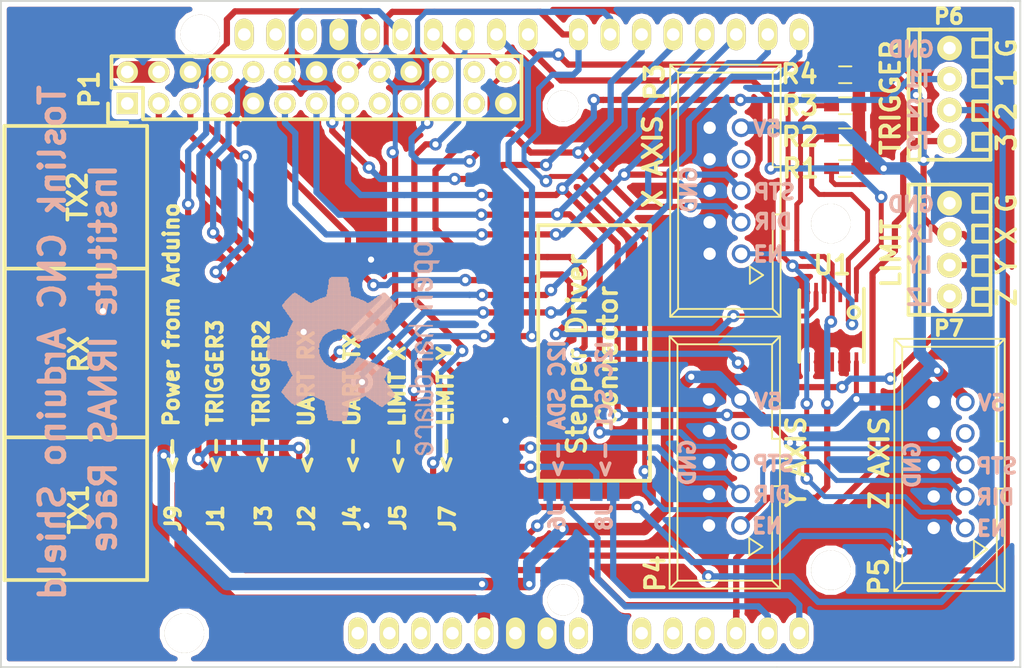
<source format=kicad_pcb>
(kicad_pcb (version 4) (host pcbnew 4.0.0-rc1-stable)
  (title_block (title "Toslink CNC Arduino Shield") (date 2016-04-14) (rev 1.0) (company "Institute IRNAS Rače"))
  (layers (0 F.Cu signal) (31 B.Cu signal) (34 B.Paste user) (35 F.Paste user) (36 B.SilkS user) (37 F.SilkS user) (38 B.Mask user) (39 F.Mask user) (44 Edge.Cuts user))
  (net 0 "")
  (net 1 TRIGGER3)
  (net 2 TRIGGER3/UART_RX)
  (net 3 UART_RX)
  (net 4 TRIGGER2)
  (net 5 TRIGGER2/UART_TX)
  (net 6 UART_TX)
  (net 7 LIMIT_X)
  (net 8 LIMIT_X/I2C_SDA)
  (net 9 I2C_SDA)
  (net 10 LIMIT_Y)
  (net 11 LIMIT_Y/I2C_SCL)
  (net 12 I2C_SCL)
  (net 13 +5V)
  (net 14 POWER)
  (net 15 GND)
  (net 16 STEP_X)
  (net 17 STEP_Y)
  (net 18 STEP_Z)
  (net 19 DIR_X)
  (net 20 DIR_Y)
  (net 21 DIR_Z)
  (net 22 ENABLE)
  (net 23 LIMIT_Z)
  (net 24 TRIGGER1)
  (net 25 ENABLE_ARDUINO)
  (net 26 ENABLE_X)
  (net 27 ENABLE_Y)
  (net 28 ENABLE_Z)
  (module opensource_hardware:OSHWLOGO0.75IN (layer B.Cu) (at 166.8 70 270)
    (fp_text reference G*** hide)
    (fp_text value LOGO hide)
  )
  (module toslink_pcb (layer F.Cu) (at 147.975 104.875 90)
    (fp_text reference P2 hide)
    (fp_text value "Toslink CNC Transciever" hide)
    (fp_text user Connector (at 24.75 48.6 90) (layer F.SilkS) (effects (font (size 1.5 1.5) (thickness 0.3))))
    (fp_text user "Stepper Driver" (at 24.9 46.1 90) (layer F.SilkS) (effects (font (size 1.5 1.5) (thickness 0.3))))
    (fp_text user TX2 (at 37.6 5.9 90) (layer F.SilkS) (effects (font (size 1.5 1.5) (thickness 0.3))))
    (fp_text user RX (at 24.9 6 90) (layer F.SilkS) (effects (font (size 1.5 1.5) (thickness 0.3))))
    (fp_text user TX1 (at 12.4 6 90) (layer F.SilkS) (effects (font (size 1.5 1.5) (thickness 0.3))))
    (pad "" thru_hole circle (at 44.9 45 90) (size 2.5 2.5) (drill 2.5) (layers *.Cu *.Mask F.SilkS))
    (pad "" thru_hole circle (at 5.1 45 90) (size 2.5 2.5) (drill 2.5) (layers *.Cu *.Mask F.SilkS))
    (pad 1 thru_hole rect (at 45.11 9.9) (size 1.7272 1.7272) (drill 1.016) (layers *.Cu *.Mask F.SilkS))
    (pad 2 thru_hole oval (at 47.65 9.9) (size 1.7272 1.7272) (drill 1.016) (layers *.Cu *.Mask F.SilkS) (net 13 +5V))
    (pad 3 thru_hole oval (at 45.11 12.44) (size 1.7272 1.7272) (drill 1.016) (layers *.Cu *.Mask F.SilkS) (net 8 LIMIT_X/I2C_SDA))
    (pad 4 thru_hole oval (at 47.65 12.44) (size 1.7272 1.7272) (drill 1.016) (layers *.Cu *.Mask F.SilkS) (net 13 +5V))
    (pad 5 thru_hole oval (at 45.11 14.98) (size 1.7272 1.7272) (drill 1.016) (layers *.Cu *.Mask F.SilkS) (net 11 LIMIT_Y/I2C_SCL))
    (pad 6 thru_hole oval (at 47.65 14.98) (size 1.7272 1.7272) (drill 1.016) (layers *.Cu *.Mask F.SilkS) (net 15 GND))
    (pad 7 thru_hole oval (at 45.11 17.52) (size 1.7272 1.7272) (drill 1.016) (layers *.Cu *.Mask F.SilkS) (net 22 ENABLE))
    (pad 8 thru_hole oval (at 47.65 17.52) (size 1.7272 1.7272) (drill 1.016) (layers *.Cu *.Mask F.SilkS) (net 2 TRIGGER3/UART_RX))
    (pad 9 thru_hole oval (at 45.11 20.06) (size 1.7272 1.7272) (drill 1.016) (layers *.Cu *.Mask F.SilkS) (net 15 GND))
    (pad 10 thru_hole oval (at 47.65 20.06) (size 1.7272 1.7272) (drill 1.016) (layers *.Cu *.Mask F.SilkS) (net 5 TRIGGER2/UART_TX))
    (pad 11 thru_hole oval (at 45.11 22.6) (size 1.7272 1.7272) (drill 1.016) (layers *.Cu *.Mask F.SilkS) (net 16 STEP_X))
    (pad 12 thru_hole oval (at 47.65 22.6) (size 1.7272 1.7272) (drill 1.016) (layers *.Cu *.Mask F.SilkS) (net 24 TRIGGER1))
    (pad 13 thru_hole oval (at 45.11 25.14) (size 1.7272 1.7272) (drill 1.016) (layers *.Cu *.Mask F.SilkS) (net 17 STEP_Y))
    (pad 14 thru_hole oval (at 47.65 25.14) (size 1.7272 1.7272) (drill 1.016) (layers *.Cu *.Mask F.SilkS) (net 15 GND))
    (pad 15 thru_hole oval (at 45.11 27.68) (size 1.7272 1.7272) (drill 1.016) (layers *.Cu *.Mask F.SilkS) (net 18 STEP_Z))
    (pad 16 thru_hole oval (at 47.65 27.68) (size 1.7272 1.7272) (drill 1.016) (layers *.Cu *.Mask F.SilkS) (net 21 DIR_Z))
    (pad 17 thru_hole oval (at 45.11 30.22) (size 1.7272 1.7272) (drill 1.016) (layers *.Cu *.Mask F.SilkS))
    (pad 18 thru_hole oval (at 47.65 30.22) (size 1.7272 1.7272) (drill 1.016) (layers *.Cu *.Mask F.SilkS) (net 20 DIR_Y))
    (pad 19 thru_hole oval (at 45.11 32.76) (size 1.7272 1.7272) (drill 1.016) (layers *.Cu *.Mask F.SilkS))
    (pad 20 thru_hole oval (at 47.65 32.76) (size 1.7272 1.7272) (drill 1.016) (layers *.Cu *.Mask F.SilkS) (net 15 GND))
    (pad 21 thru_hole oval (at 45.11 35.3) (size 1.7272 1.7272) (drill 1.016) (layers *.Cu *.Mask F.SilkS))
    (pad 22 thru_hole oval (at 47.65 35.3) (size 1.7272 1.7272) (drill 1.016) (layers *.Cu *.Mask F.SilkS) (net 19 DIR_X))
    (pad 23 thru_hole oval (at 45.11 37.84) (size 1.7272 1.7272) (drill 1.016) (layers *.Cu *.Mask F.SilkS))
    (pad 24 thru_hole oval (at 47.65 37.84) (size 1.7272 1.7272) (drill 1.016) (layers *.Cu *.Mask F.SilkS))
    (pad 25 thru_hole oval (at 45.11 40.38) (size 1.7272 1.7272) (drill 1.016) (layers *.Cu *.Mask F.SilkS) (net 15 GND))
    (pad 26 thru_hole oval (at 47.65 40.38) (size 1.7272 1.7272) (drill 1.016) (layers *.Cu *.Mask F.SilkS) (net 23 LIMIT_Z))
  )
  (module solder_bridge:solder_bridge (layer F.Cu) (at 165 91.05)
    (fp_text reference J1 (at 0 2.15 90) (layer F.SilkS) (effects (font (size 1.2 1.2) (thickness 0.3))))
    (fp_text value solder_bridge hide)
    (pad 2 smd rect (at 0.762 0) (size 1 1.5) (layers F.Cu F.Paste F.Mask) (net 1 TRIGGER3))
    (pad 1 smd rect (at -0.6 0) (size 1 1.5) (layers F.Cu F.Paste F.Mask) (net 2 TRIGGER3/UART_RX))
  )
  (module solder_bridge:solder_bridge (layer F.Cu) (at 172.325 91.05)
    (fp_text reference J2 (at 0 2.15 90) (layer F.SilkS) (effects (font (size 1.2 1.2) (thickness 0.3))))
    (fp_text value solder_bridge hide)
    (pad 2 smd rect (at 0.762 0) (size 1 1.5) (layers F.Cu F.Paste F.Mask) (net 3 UART_RX))
    (pad 1 smd rect (at -0.6 0) (size 1 1.5) (layers F.Cu F.Paste F.Mask) (net 2 TRIGGER3/UART_RX))
  )
  (module solder_bridge:solder_bridge (layer F.Cu) (at 168.85 91.05 180)
    (fp_text reference J3 (at 0 -2.15 270) (layer F.SilkS) (effects (font (size 1.2 1.2) (thickness 0.3))))
    (fp_text value solder_bridge hide)
    (pad 2 smd rect (at 0.762 0 180) (size 1 1.5) (layers F.Cu F.Paste F.Mask) (net 4 TRIGGER2))
    (pad 1 smd rect (at -0.6 0 180) (size 1 1.5) (layers F.Cu F.Paste F.Mask) (net 5 TRIGGER2/UART_TX))
  )
  (module solder_bridge:solder_bridge (layer F.Cu) (at 175.975 91.05)
    (fp_text reference J4 (at 0.025 2.15 90) (layer F.SilkS) (effects (font (size 1.2 1.2) (thickness 0.3))))
    (fp_text value solder_bridge hide)
    (pad 2 smd rect (at 0.762 0) (size 1 1.5) (layers F.Cu F.Paste F.Mask) (net 6 UART_TX))
    (pad 1 smd rect (at -0.6 0) (size 1 1.5) (layers F.Cu F.Paste F.Mask) (net 5 TRIGGER2/UART_TX))
  )
  (module solder_bridge:solder_bridge (layer F.Cu) (at 179.675 91.025)
    (fp_text reference J5 (at 0 2.125 90) (layer F.SilkS) (effects (font (size 1.2 1.2) (thickness 0.3))))
    (fp_text value solder_bridge hide)
    (pad 2 smd rect (at 0.762 0) (size 1 1.5) (layers F.Cu F.Paste F.Mask) (net 7 LIMIT_X))
    (pad 1 smd rect (at -0.6 0) (size 1 1.5) (layers F.Cu F.Paste F.Mask) (net 8 LIMIT_X/I2C_SDA))
  )
  (module solder_bridge:solder_bridge (layer B.Cu) (at 192.5 91.05)
    (fp_text reference J6 (at 0 2.1 270) (layer B.SilkS) (effects (font (size 1.2 1.2) (thickness 0.3)) (justify mirror)))
    (fp_text value solder_bridge hide)
    (pad 2 smd rect (at 0.762 0) (size 1 1.5) (layers B.Cu B.Paste B.Mask) (net 9 I2C_SDA))
    (pad 1 smd rect (at -0.6 0) (size 1 1.5) (layers B.Cu B.Paste B.Mask) (net 8 LIMIT_X/I2C_SDA))
  )
  (module solder_bridge:solder_bridge (layer F.Cu) (at 183.65 91.05 180)
    (fp_text reference J7 (at -0.025 -2.175 270) (layer F.SilkS) (effects (font (size 1.2 1.2) (thickness 0.3))))
    (fp_text value solder_bridge hide)
    (pad 2 smd rect (at 0.762 0 180) (size 1 1.5) (layers F.Cu F.Paste F.Mask) (net 10 LIMIT_Y))
    (pad 1 smd rect (at -0.6 0 180) (size 1 1.5) (layers F.Cu F.Paste F.Mask) (net 11 LIMIT_Y/I2C_SCL))
  )
  (module solder_bridge:solder_bridge (layer B.Cu) (at 196.25 91.05)
    (fp_text reference J8 (at 0.05 2.1 270) (layer B.SilkS) (effects (font (size 1.2 1.2) (thickness 0.3)) (justify mirror)))
    (fp_text value solder_bridge hide)
    (pad 2 smd rect (at 0.762 0) (size 1 1.5) (layers B.Cu B.Paste B.Mask) (net 12 I2C_SCL))
    (pad 1 smd rect (at -0.6 0) (size 1 1.5) (layers B.Cu B.Paste B.Mask) (net 11 LIMIT_Y/I2C_SCL))
  )
  (module solder_bridge:solder_bridge (layer F.Cu) (at 161.575 91.05 180)
    (fp_text reference J9 (at 0 -2.15 270) (layer F.SilkS) (effects (font (size 1.2 1.2) (thickness 0.3))))
    (fp_text value solder_bridge hide)
    (pad 2 smd rect (at 0.762 0 180) (size 1 1.5) (layers F.Cu F.Paste F.Mask) (net 13 +5V))
    (pad 1 smd rect (at -0.6 0 180) (size 1 1.5) (layers F.Cu F.Paste F.Mask) (net 14 POWER))
  )
  (module arduino_footprint:ARDUINO_SHIELD (layer F.Cu) (at 148.5011 105.0036)
    (fp_text reference P1 (at 6.3239 -46.3786 90) (layer F.SilkS) (effects (font (thickness 0.3048))))
    (fp_text value "Arduino UNO" hide)
    (pad AD5 thru_hole oval (at 63.5 -2.54 90) (size 2.54 1.524) (drill 1.016) (layers *.Cu *.Mask F.SilkS) (net 12 I2C_SCL))
    (pad AD4 thru_hole oval (at 60.96 -2.54 90) (size 2.54 1.524) (drill 1.016) (layers *.Cu *.Mask F.SilkS) (net 9 I2C_SDA))
    (pad AD3 thru_hole oval (at 58.42 -2.54 90) (size 2.54 1.524) (drill 1.016) (layers *.Cu *.Mask F.SilkS) (net 1 TRIGGER3))
    (pad AD0 thru_hole oval (at 50.8 -2.54 90) (size 2.54 1.524) (drill 1.016) (layers *.Cu *.Mask F.SilkS))
    (pad AD1 thru_hole oval (at 53.34 -2.54 90) (size 2.54 1.524) (drill 1.016) (layers *.Cu *.Mask F.SilkS))
    (pad AD2 thru_hole oval (at 55.88 -2.54 90) (size 2.54 1.524) (drill 1.016) (layers *.Cu *.Mask F.SilkS))
    (pad V_IN thru_hole oval (at 45.72 -2.54 90) (size 2.54 1.524) (drill 1.016) (layers *.Cu *.Mask F.SilkS))
    (pad GND2 thru_hole oval (at 43.18 -2.54 90) (size 2.54 1.524) (drill 1.016) (layers *.Cu *.Mask F.SilkS) (net 15 GND))
    (pad GND1 thru_hole oval (at 40.64 -2.54 90) (size 2.54 1.524) (drill 1.016) (layers *.Cu *.Mask F.SilkS) (net 15 GND))
    (pad 3V3 thru_hole oval (at 35.56 -2.54 90) (size 2.54 1.524) (drill 1.016) (layers *.Cu *.Mask F.SilkS))
    (pad RST thru_hole oval (at 33.02 -2.54 90) (size 2.54 1.524) (drill 1.016) (layers *.Cu *.Mask F.SilkS))
    (pad 0 thru_hole oval (at 63.5 -50.8 90) (size 2.54 1.524) (drill 1.016) (layers *.Cu *.Mask F.SilkS) (net 6 UART_TX))
    (pad 1 thru_hole oval (at 60.96 -50.8 90) (size 2.54 1.524) (drill 1.016) (layers *.Cu *.Mask F.SilkS) (net 3 UART_RX))
    (pad 2 thru_hole oval (at 58.42 -50.8 90) (size 2.54 1.524) (drill 1.016) (layers *.Cu *.Mask F.SilkS) (net 16 STEP_X))
    (pad 3 thru_hole oval (at 55.88 -50.8 90) (size 2.54 1.524) (drill 1.016) (layers *.Cu *.Mask F.SilkS) (net 17 STEP_Y))
    (pad 4 thru_hole oval (at 53.34 -50.8 90) (size 2.54 1.524) (drill 1.016) (layers *.Cu *.Mask F.SilkS) (net 18 STEP_Z))
    (pad 5 thru_hole oval (at 50.8 -50.8 90) (size 2.54 1.524) (drill 1.016) (layers *.Cu *.Mask F.SilkS) (net 19 DIR_X))
    (pad 6 thru_hole oval (at 48.26 -50.8 90) (size 2.54 1.524) (drill 1.016) (layers *.Cu *.Mask F.SilkS) (net 20 DIR_Y))
    (pad 7 thru_hole oval (at 45.72 -50.8 90) (size 2.54 1.524) (drill 1.016) (layers *.Cu *.Mask F.SilkS) (net 21 DIR_Z))
    (pad 8 thru_hole oval (at 41.656 -50.8 90) (size 2.54 1.524) (drill 1.016) (layers *.Cu *.Mask F.SilkS) (net 25 ENABLE_ARDUINO))
    (pad 9 thru_hole oval (at 39.116 -50.8 90) (size 2.54 1.524) (drill 1.016) (layers *.Cu *.Mask F.SilkS) (net 7 LIMIT_X))
    (pad 10 thru_hole oval (at 36.576 -50.8 90) (size 2.54 1.524) (drill 1.016) (layers *.Cu *.Mask F.SilkS) (net 10 LIMIT_Y))
    (pad 11 thru_hole oval (at 34.036 -50.8 90) (size 2.54 1.524) (drill 1.016) (layers *.Cu *.Mask F.SilkS) (net 23 LIMIT_Z))
    (pad 12 thru_hole oval (at 31.496 -50.8 90) (size 2.54 1.524) (drill 1.016) (layers *.Cu *.Mask F.SilkS) (net 24 TRIGGER1))
    (pad 13 thru_hole oval (at 28.956 -50.8 90) (size 2.54 1.524) (drill 1.016) (layers *.Cu *.Mask F.SilkS) (net 4 TRIGGER2))
    (pad GND3 thru_hole oval (at 26.416 -50.8 90) (size 2.54 1.524) (drill 1.016) (layers *.Cu *.Mask F.SilkS) (net 15 GND))
    (pad AREF thru_hole oval (at 23.876 -50.8 90) (size 2.54 1.524) (drill 1.016) (layers *.Cu *.Mask F.SilkS))
    (pad 5V thru_hole oval (at 38.1 -2.54 90) (size 2.54 1.524) (drill 1.016) (layers *.Cu *.Mask F.SilkS) (net 14 POWER))
    (pad "" thru_hole circle (at 66.04 -7.62 90) (size 3.175 3.175) (drill 3.175) (layers *.Cu *.Mask F.SilkS))
    (pad "" thru_hole circle (at 66.04 -35.56 90) (size 3.175 3.175) (drill 3.175) (layers *.Cu *.Mask F.SilkS))
    (pad "" thru_hole circle (at 15.24 -50.8 90) (size 3.175 3.175) (drill 3.175) (layers *.Cu *.Mask F.SilkS))
    (pad "" thru_hole circle (at 13.97 -2.54 90) (size 3.175 3.175) (drill 3.175) (layers *.Cu *.Mask F.SilkS))
    (pad SDA thru_hole oval (at 21.336 -50.8 90) (size 2.54 1.524) (drill 1.016) (layers *.Cu *.Mask F.SilkS))
    (pad SCL thru_hole oval (at 18.796 -50.8 90) (size 2.54 1.524) (drill 1.016) (layers *.Cu *.Mask F.SilkS))
    (pad IO_R thru_hole oval (at 30.48 -2.54 90) (size 2.54 1.524) (drill 1.016) (layers *.Cu *.Mask F.SilkS))
    (pad NC thru_hole oval (at 27.94 -2.54 90) (size 2.54 1.524) (drill 1.016) (layers *.Cu *.Mask F.SilkS))
  )
  (module postep_connector:VASCH5x2 (layer F.Cu) (at 206.05 66.8 90)
    (fp_text reference P3 (at 8.75 -5.7 90) (layer F.SilkS) (effects (font (size 1.5 1.5) (thickness 0.3))))
    (fp_text value PoStep25-32_connector hide)
    (pad 1 thru_hole circle (at -5.08 1.27 90) (size 1.50622 1.50622) (drill 0.99822) (layers *.Cu *.Mask) (net 26 ENABLE_X))
    (pad 2 thru_hole circle (at -5.08 -1.27 90) (size 1.50622 1.50622) (drill 0.99822) (layers *.Cu *.Mask) (net 15 GND))
    (pad 3 thru_hole circle (at -2.54 1.27 90) (size 1.50622 1.50622) (drill 0.99822) (layers *.Cu *.Mask) (net 19 DIR_X))
    (pad 4 thru_hole circle (at -2.54 -1.27 90) (size 1.50622 1.50622) (drill 0.99822) (layers *.Cu *.Mask) (net 15 GND))
    (pad 5 thru_hole circle (at 0 1.27 90) (size 1.50622 1.50622) (drill 0.99822) (layers *.Cu *.Mask) (net 16 STEP_X))
    (pad 6 thru_hole circle (at 0 -1.27 90) (size 1.50622 1.50622) (drill 0.99822) (layers *.Cu *.Mask) (net 15 GND))
    (pad 7 thru_hole circle (at 2.54 1.27 90) (size 1.50622 1.50622) (drill 0.99822) (layers *.Cu *.Mask))
    (pad 8 thru_hole circle (at 2.54 -1.27 90) (size 1.50622 1.50622) (drill 0.99822) (layers *.Cu *.Mask) (net 15 GND))
    (pad 9 thru_hole circle (at 5.08 1.27 90) (size 1.50622 1.50622) (drill 0.99822) (layers *.Cu *.Mask) (net 13 +5V))
    (pad 10 thru_hole circle (at 5.08 -1.27 90) (size 1.50622 1.50622) (drill 0.99822) (layers *.Cu *.Mask) (net 15 GND))
  )
  (module postep_connector:VASCH5x2 (layer F.Cu) (at 206 88.7 90)
    (fp_text reference P4 (at -8.95 -5.6 90) (layer F.SilkS) (effects (font (size 1.5 1.5) (thickness 0.3))))
    (fp_text value PoStep25-32_connector hide)
    (pad 1 thru_hole circle (at -5.08 1.27 90) (size 1.50622 1.50622) (drill 0.99822) (layers *.Cu *.Mask) (net 27 ENABLE_Y))
    (pad 2 thru_hole circle (at -5.08 -1.27 90) (size 1.50622 1.50622) (drill 0.99822) (layers *.Cu *.Mask) (net 15 GND))
    (pad 3 thru_hole circle (at -2.54 1.27 90) (size 1.50622 1.50622) (drill 0.99822) (layers *.Cu *.Mask) (net 20 DIR_Y))
    (pad 4 thru_hole circle (at -2.54 -1.27 90) (size 1.50622 1.50622) (drill 0.99822) (layers *.Cu *.Mask) (net 15 GND))
    (pad 5 thru_hole circle (at 0 1.27 90) (size 1.50622 1.50622) (drill 0.99822) (layers *.Cu *.Mask) (net 17 STEP_Y))
    (pad 6 thru_hole circle (at 0 -1.27 90) (size 1.50622 1.50622) (drill 0.99822) (layers *.Cu *.Mask) (net 15 GND))
    (pad 7 thru_hole circle (at 2.54 1.27 90) (size 1.50622 1.50622) (drill 0.99822) (layers *.Cu *.Mask))
    (pad 8 thru_hole circle (at 2.54 -1.27 90) (size 1.50622 1.50622) (drill 0.99822) (layers *.Cu *.Mask) (net 15 GND))
    (pad 9 thru_hole circle (at 5.08 1.27 90) (size 1.50622 1.50622) (drill 0.99822) (layers *.Cu *.Mask) (net 13 +5V))
    (pad 10 thru_hole circle (at 5.08 -1.27 90) (size 1.50622 1.50622) (drill 0.99822) (layers *.Cu *.Mask) (net 15 GND))
  )
  (module postep_connector:VASCH5x2 (layer F.Cu) (at 224.1 88.9 90)
    (fp_text reference P5 (at -9 -5.7 90) (layer F.SilkS) (effects (font (size 1.5 1.5) (thickness 0.3))))
    (fp_text value PoStep25-32_connector hide)
    (pad 1 thru_hole circle (at -5.08 1.27 90) (size 1.50622 1.50622) (drill 0.99822) (layers *.Cu *.Mask) (net 28 ENABLE_Z))
    (pad 2 thru_hole circle (at -5.08 -1.27 90) (size 1.50622 1.50622) (drill 0.99822) (layers *.Cu *.Mask) (net 15 GND))
    (pad 3 thru_hole circle (at -2.54 1.27 90) (size 1.50622 1.50622) (drill 0.99822) (layers *.Cu *.Mask) (net 21 DIR_Z))
    (pad 4 thru_hole circle (at -2.54 -1.27 90) (size 1.50622 1.50622) (drill 0.99822) (layers *.Cu *.Mask) (net 15 GND))
    (pad 5 thru_hole circle (at 0 1.27 90) (size 1.50622 1.50622) (drill 0.99822) (layers *.Cu *.Mask) (net 18 STEP_Z))
    (pad 6 thru_hole circle (at 0 -1.27 90) (size 1.50622 1.50622) (drill 0.99822) (layers *.Cu *.Mask) (net 15 GND))
    (pad 7 thru_hole circle (at 2.54 1.27 90) (size 1.50622 1.50622) (drill 0.99822) (layers *.Cu *.Mask))
    (pad 8 thru_hole circle (at 2.54 -1.27 90) (size 1.50622 1.50622) (drill 0.99822) (layers *.Cu *.Mask) (net 15 GND))
    (pad 9 thru_hole circle (at 5.08 1.27 90) (size 1.50622 1.50622) (drill 0.99822) (layers *.Cu *.Mask) (net 13 +5V))
    (pad 10 thru_hole circle (at 5.08 -1.27 90) (size 1.50622 1.50622) (drill 0.99822) (layers *.Cu *.Mask) (net 15 GND))
  )
  (module terminal_block_2_5mm_4pole:terminal_block_2_5mm_4pole (layer F.Cu) (at 224.1 60.3 90)
    (fp_text reference P6 (at 7.55 -0.05 180) (layer F.SilkS) (effects (font (size 1.2 1.2) (thickness 0.3))))
    (fp_text value CONN_01X04 hide)
    (pad 4 thru_hole circle (at 5 0 90) (size 2 2) (drill 1) (layers *.Cu *.Mask F.SilkS) (net 15 GND))
    (pad 3 thru_hole circle (at 2.5 0 90) (size 2 2) (drill 1) (layers *.Cu *.Mask F.SilkS) (net 24 TRIGGER1))
    (pad 1 thru_hole circle (at -2.5 0 90) (size 2 2) (drill 1) (layers *.Cu *.Mask F.SilkS) (net 1 TRIGGER3))
    (pad 2 thru_hole circle (at 0 0 90) (size 2 2) (drill 1) (layers *.Cu *.Mask F.SilkS) (net 4 TRIGGER2))
  )
  (module terminal_block_2_5mm_4pole:terminal_block_2_5mm_4pole (layer F.Cu) (at 224.1 72.8 90)
    (fp_text reference P7 (at -5.1 -0.05 180) (layer F.SilkS) (effects (font (size 1.2 1.2) (thickness 0.3))))
    (fp_text value CONN_01X04 hide)
    (pad 4 thru_hole circle (at 5 0 90) (size 2 2) (drill 1) (layers *.Cu *.Mask F.SilkS) (net 15 GND))
    (pad 3 thru_hole circle (at 2.5 0 90) (size 2 2) (drill 1) (layers *.Cu *.Mask F.SilkS) (net 7 LIMIT_X))
    (pad 1 thru_hole circle (at -2.5 0 90) (size 2 2) (drill 1) (layers *.Cu *.Mask F.SilkS) (net 23 LIMIT_Z))
    (pad 2 thru_hole circle (at 0 0 90) (size 2 2) (drill 1) (layers *.Cu *.Mask F.SilkS) (net 10 LIMIT_Y))
  )
  (module Resistors_SMD:R_0603_HandSoldering (layer F.Cu) (at 215.7 65)
    (fp_text reference R1 (at -3.6 0) (layer F.SilkS) (effects (font (size 1.5 1.5) (thickness 0.3))))
    (fp_text value R hide)
    (pad 1 smd rect (at -1.1 0) (size 1.2 0.9) (layers F.Cu F.Paste F.Mask) (net 25 ENABLE_ARDUINO))
    (pad 2 smd rect (at 1.1 0) (size 1.2 0.9) (layers F.Cu F.Paste F.Mask) (net 13 +5V))
  )
  (module Resistors_SMD:R_0603_HandSoldering (layer F.Cu) (at 215.7 62.45)
    (fp_text reference R2 (at -3.65 0) (layer F.SilkS) (effects (font (size 1.5 1.5) (thickness 0.3))))
    (fp_text value R hide)
    (pad 1 smd rect (at -1.1 0) (size 1.2 0.9) (layers F.Cu F.Paste F.Mask) (net 26 ENABLE_X))
    (pad 2 smd rect (at 1.1 0) (size 1.2 0.9) (layers F.Cu F.Paste F.Mask) (net 13 +5V))
  )
  (module Resistors_SMD:R_0603_HandSoldering (layer F.Cu) (at 215.7 59.95)
    (fp_text reference R3 (at -3.65 0) (layer F.SilkS) (effects (font (size 1.5 1.5) (thickness 0.3))))
    (fp_text value R hide)
    (pad 1 smd rect (at -1.1 0) (size 1.2 0.9) (layers F.Cu F.Paste F.Mask) (net 27 ENABLE_Y))
    (pad 2 smd rect (at 1.1 0) (size 1.2 0.9) (layers F.Cu F.Paste F.Mask) (net 13 +5V))
  )
  (module Resistors_SMD:R_0603_HandSoldering (layer F.Cu) (at 215.7 57.45)
    (fp_text reference R4 (at -3.7 -0.05) (layer F.SilkS) (effects (font (size 1.5 1.5) (thickness 0.3))))
    (fp_text value R hide)
    (pad 1 smd rect (at -1.1 0) (size 1.2 0.9) (layers F.Cu F.Paste F.Mask) (net 28 ENABLE_Z))
    (pad 2 smd rect (at 1.1 0) (size 1.2 0.9) (layers F.Cu F.Paste F.Mask) (net 13 +5V))
  )
  (module SN74LV21APWR_ANDGate:SN74LV21APWR_ANDGate_tssop14 (layer F.Cu) (at 216.6 80.6 180)
    (fp_text reference U1 (at 1.95 7.8 180) (layer F.SilkS) (effects (font (size 1.5 1.5) (thickness 0.3))))
    (fp_text value SN74LV21APWR hide)
    (pad 7 smd rect (at 3.9 5.6 180) (size 0.3 1.55) (layers F.Cu F.Paste F.Mask) (net 15 GND))
    (pad 6 smd rect (at 3.25 5.6 180) (size 0.3 1.55) (layers F.Cu F.Paste F.Mask) (net 22 ENABLE))
    (pad 5 smd rect (at 2.6 5.6 180) (size 0.3 1.55) (layers F.Cu F.Paste F.Mask) (net 28 ENABLE_Z))
    (pad 4 smd rect (at 1.95 5.6 180) (size 0.3 1.55) (layers F.Cu F.Paste F.Mask) (net 27 ENABLE_Y))
    (pad 3 smd rect (at 1.3 5.6 180) (size 0.3 1.55) (layers F.Cu F.Paste F.Mask))
    (pad 2 smd rect (at 0.65 5.6 180) (size 0.3 1.55) (layers F.Cu F.Paste F.Mask) (net 26 ENABLE_X))
    (pad 1 smd rect (at 0 5.6 180) (size 0.3 1.55) (layers F.Cu F.Paste F.Mask) (net 25 ENABLE_ARDUINO))
    (pad 8 smd rect (at 3.9 0 180) (size 0.3 1.55) (layers F.Cu F.Paste F.Mask))
    (pad 9 smd rect (at 3.25 0 180) (size 0.3 1.55) (layers F.Cu F.Paste F.Mask) (net 15 GND))
    (pad 10 smd rect (at 2.6 0 180) (size 0.3 1.55) (layers F.Cu F.Paste F.Mask) (net 15 GND))
    (pad 11 smd rect (at 1.95 0 180) (size 0.3 1.55) (layers F.Cu F.Paste F.Mask))
    (pad 12 smd rect (at 1.3 0 180) (size 0.3 1.55) (layers F.Cu F.Paste F.Mask) (net 15 GND))
    (pad 13 smd rect (at 0.65 0 180) (size 0.3 1.55) (layers F.Cu F.Paste F.Mask) (net 15 GND))
    (pad 14 smd rect (at 0 0 180) (size 0.3 1.55) (layers F.Cu F.Paste F.Mask) (net 13 +5V))
  )
  (gr_text 3 (at 228.7 62.9 90) (layer F.SilkS) (effects (font (size 1.5 1.5) (thickness 0.3))))
  (gr_text 2 (at 228.7 60.4 90) (layer F.SilkS) (effects (font (size 1.5 1.5) (thickness 0.3))))
  (gr_text 1 (at 228.7 57.7 90) (layer F.SilkS) (effects (font (size 1.5 1.5) (thickness 0.3))))
  (gr_text G (at 228.7 55.3 90) (layer F.SilkS) (effects (font (size 1.5 1.5) (thickness 0.3))))
  (gr_text Z (at 228.7 75.4 90) (layer F.SilkS) (effects (font (size 1.5 1.5) (thickness 0.3))))
  (gr_text Y (at 228.7 72.9 90) (layer F.SilkS) (effects (font (size 1.5 1.5) (thickness 0.3))))
  (gr_text X (at 228.7 70.4 90) (layer F.SilkS) (effects (font (size 1.5 1.5) (thickness 0.3))))
  (gr_text G (at 228.7 67.8 90) (layer F.SilkS) (effects (font (size 1.5 1.5) (thickness 0.3))))
  (gr_text EN (at 209.5 71.8 180) (layer B.SilkS) (effects (font (size 1.2 1.2) (thickness 0.3)) (justify mirror)))
  (gr_text DIR (at 209.9 69.3) (layer B.SilkS) (effects (font (size 1.2 1.2) (thickness 0.3)) (justify mirror)))
  (gr_text STP (at 210 66.9) (layer B.SilkS) (effects (font (size 1.2 1.2) (thickness 0.3)) (justify mirror)))
  (gr_text 5V (at 209.4 61.8) (layer B.SilkS) (effects (font (size 1.2 1.2) (thickness 0.3)) (justify mirror)))
  (gr_text LZ (at 221.7 75.4) (layer B.SilkS) (effects (font (size 1.2 1.2) (thickness 0.3)) (justify mirror)))
  (gr_text LY (at 221.7 72.8) (layer B.SilkS) (effects (font (size 1.2 1.2) (thickness 0.3)) (justify mirror)))
  (gr_text LX (at 221.8 70.3) (layer B.SilkS) (effects (font (size 1.2 1.2) (thickness 0.3)) (justify mirror)))
  (gr_text GND (at 221 67.9) (layer B.SilkS) (effects (font (size 1.2 1.2) (thickness 0.3)) (justify mirror)))
  (gr_text T3 (at 221.6 62.8) (layer B.SilkS) (effects (font (size 1.2 1.2) (thickness 0.3)) (justify mirror)))
  (gr_text T2 (at 221.6 60.2) (layer B.SilkS) (effects (font (size 1.2 1.2) (thickness 0.3)) (justify mirror)))
  (gr_text T1 (at 221.6 57.8) (layer B.SilkS) (effects (font (size 1.2 1.2) (thickness 0.3)) (justify mirror)))
  (gr_text GND (at 221 55.4) (layer B.SilkS) (effects (font (size 1.2 1.2) (thickness 0.3)) (justify mirror)))
  (gr_text GND (at 203.1 66.7 90) (layer B.SilkS) (effects (font (size 1.2 1.2) (thickness 0.3)) (justify mirror)))
  (gr_text 5V (at 227.5 83.9) (layer B.SilkS) (effects (font (size 1.2 1.2) (thickness 0.3)) (justify mirror)))
  (gr_line (start 229.8 51.5) (end 229.4 51.5) (angle 90) (layer Edge.Cuts) (width 0.15))
  (gr_line (start 229.8 105.2) (end 229.8 51.5) (angle 90) (layer Edge.Cuts) (width 0.15))
  (gr_line (start 229.4 105.2) (end 229.8 105.2) (angle 90) (layer Edge.Cuts) (width 0.15))
  (gr_text STP (at 227.9 89) (layer B.SilkS) (effects (font (size 1.2 1.2) (thickness 0.3)) (justify mirror)))
  (gr_text DIR (at 227.8 91.5) (layer B.SilkS) (effects (font (size 1.2 1.2) (thickness 0.3)) (justify mirror)))
  (gr_text EN (at 227.5 93.9 180) (layer B.SilkS) (effects (font (size 1.2 1.2) (thickness 0.3)) (justify mirror)))
  (gr_text GND (at 221.1 88.9 90) (layer B.SilkS) (effects (font (size 1.2 1.2) (thickness 0.3)) (justify mirror)))
  (gr_text GND (at 203 88.7 90) (layer B.SilkS) (effects (font (size 1.2 1.2) (thickness 0.3)) (justify mirror)))
  (gr_text 5V (at 209.5 83.8) (layer B.SilkS) (effects (font (size 1.2 1.2) (thickness 0.3)) (justify mirror)))
  (gr_text STP (at 209.9 88.8) (layer B.SilkS) (effects (font (size 1.2 1.2) (thickness 0.3)) (justify mirror)))
  (gr_text DIR (at 209.8 91.3) (layer B.SilkS) (effects (font (size 1.2 1.2) (thickness 0.3)) (justify mirror)))
  (gr_text EN (at 209.4 93.7 180) (layer B.SilkS) (effects (font (size 1.2 1.2) (thickness 0.3)) (justify mirror)))
  (gr_line (start 147.7 105.2) (end 147.7 51.5) (angle 90) (layer Edge.Cuts) (width 0.15))
  (gr_line (start 210.2 105.2) (end 147.7 105.2) (angle 90) (layer Edge.Cuts) (width 0.15))
  (gr_line (start 210.2 105.2) (end 229.4 105.2) (angle 90) (layer Edge.Cuts) (width 0.15))
  (gr_line (start 228.8 51.5) (end 229.4 51.5) (angle 90) (layer Edge.Cuts) (width 0.15))
  (gr_line (start 147.7 51.5) (end 228.8 51.5) (angle 90) (layer Edge.Cuts) (width 0.15))
  (gr_text "Y AXIS" (at 211.75 88.65 90) (layer F.SilkS) (effects (font (size 1.5 1.5) (thickness 0.3))))
  (gr_text "X AXIS" (at 200.2 64.45 90) (layer F.SilkS) (effects (font (size 1.5 1.5) (thickness 0.3))))
  (gr_text "Z AXIS" (at 218.45 88.75 90) (layer F.SilkS) (effects (font (size 1.5 1.5) (thickness 0.3))))
  (gr_text TRIGGER (at 219.35 59.3 90) (layer F.SilkS) (effects (font (size 1.5 1.5) (thickness 0.3))))
  (gr_text LIMIT (at 219.4 71.85 90) (layer F.SilkS) (effects (font (size 1.5 1.5) (thickness 0.3))))
  (gr_text "Institute IRNAS Rače" (at 155.95 80.35 90) (layer B.SilkS) (effects (font (size 2 2) (thickness 0.4)) (justify mirror)))
  (gr_text "Toslink CNC Arduino Shield" (at 151.85 79.05 90) (layer B.SilkS) (effects (font (size 2 2) (thickness 0.4)) (justify mirror)))
  (gr_text "I2C SCL ->" (at 196.3 84.45 90) (layer B.SilkS) (effects (font (size 1.2 1.2) (thickness 0.3)) (justify mirror)))
  (gr_text "<- LIMIT Y" (at 183.5 84.5 90) (layer F.SilkS) (effects (font (size 1.2 1.2) (thickness 0.3))))
  (gr_text "I2C SDA ->" (at 192.5 84.4 90) (layer B.SilkS) (effects (font (size 1.2 1.2) (thickness 0.3)) (justify mirror)))
  (gr_text "<- LIMIT X" (at 179.625 84.5 90) (layer F.SilkS) (effects (font (size 1.2 1.2) (thickness 0.3))))
  (gr_text "<- UART TX" (at 175.975 84 90) (layer F.SilkS) (effects (font (size 1.2 1.2) (thickness 0.3))))
  (gr_text "<- TRIGGER2" (at 168.675 83.425 90) (layer F.SilkS) (effects (font (size 1.2 1.2) (thickness 0.3))))
  (gr_text "<- UART RX" (at 172.3 83.875 90) (layer F.SilkS) (effects (font (size 1.2 1.2) (thickness 0.3))))
  (gr_text "<- TRIGGER3" (at 164.95 83.425 90) (layer F.SilkS) (effects (font (size 1.2 1.2) (thickness 0.3))))
  (gr_text "<- Power from Arduino" (at 161.425 78.725 90) (layer F.SilkS) (effects (font (size 1.2 1.2) (thickness 0.3))))
  (segment (start 224.1 62.8) (end 221.42 62.8) (width 0.5) (layer F.Cu) (net 1))
  (segment (start 220.37 63.85) (end 220.37 68.78) (width 0.5) (layer F.Cu) (net 1))
  (segment (start 221.42 62.8) (end 220.37 63.85) (width 0.5) (layer F.Cu) (net 1))
  (segment (start 214.155 92.995) (end 210.355 92.995) (width 0.5) (layer F.Cu) (net 1))
  (segment (start 217.9 73.45) (end 219.7 71.65) (width 0.5) (layer F.Cu) (net 1))
  (segment (start 219.7 71.65) (end 219.7 69.45) (width 0.5) (layer F.Cu) (net 1))
  (segment (start 219.7 69.45) (end 220.37 68.78) (width 0.5) (layer F.Cu) (net 1))
  (segment (start 214.155 92.995) (end 217.9 89.25) (width 0.5) (layer F.Cu) (net 1))
  (segment (start 217.9 89.25) (end 217.9 73.8) (width 0.5) (layer F.Cu) (net 1))
  (segment (start 217.9 73.8) (end 217.9 73.45) (width 0.5) (layer F.Cu) (net 1))
  (segment (start 210.355 92.995) (end 206.9211 96.4289) (width 0.5) (layer F.Cu) (net 1))
  (segment (start 206.9211 96.4289) (end 206.9211 102.4636) (width 0.5) (layer F.Cu) (net 1))
  (segment (start 206.3211 100.2) (end 206.95 100.2) (width 0.5) (layer F.Cu) (net 1))
  (segment (start 206.95 100.7711) (end 206.9211 100.8) (width 0.5) (layer F.Cu) (net 1))
  (segment (start 206.9211 100.8) (end 206.9211 102.4636) (width 0.5) (layer F.Cu) (net 1))
  (segment (start 206.95 100.2) (end 206.95 100.7711) (width 0.5) (layer F.Cu) (net 1))
  (segment (start 197.925 100.2) (end 197.325 99.6) (width 0.5) (layer F.Cu) (net 1))
  (segment (start 206.3211 100.2) (end 197.925 100.2) (width 0.5) (layer F.Cu) (net 1))
  (segment (start 195.1 97.375) (end 197.325 99.6) (width 0.5) (layer F.Cu) (net 1))
  (segment (start 165.762 95.737) (end 167.4 97.375) (width 0.5) (layer F.Cu) (net 1))
  (segment (start 167.4 97.375) (end 195.1 97.375) (width 0.5) (layer F.Cu) (net 1))
  (segment (start 165.762 91.05) (end 165.762 94.687) (width 0.5) (layer F.Cu) (net 1))
  (segment (start 165.762 94.687) (end 165.762 95.737) (width 0.5) (layer F.Cu) (net 1))
  (segment (start 162.78 67.87) (end 162.78 63.61) (width 0.5) (layer B.Cu) (net 2))
  (segment (start 164.23 60.63) (end 164.23 61.3) (width 0.5) (layer B.Cu) (net 2))
  (segment (start 164.225 60.625) (end 164.225 58.35) (width 0.4) (layer B.Cu) (net 2))
  (segment (start 165.35 57.225) (end 164.225 58.35) (width 0.5) (layer B.Cu) (net 2))
  (segment (start 164.225 60.625) (end 164.23 60.63) (width 0.5) (layer B.Cu) (net 2))
  (segment (start 163.6 77.07) (end 162.78 76.25) (width 0.5) (layer F.Cu) (net 2))
  (segment (start 162.78 76.25) (end 162.78 67.87) (width 0.5) (layer F.Cu) (net 2))
  (via (at 162.78 67.87) (size 1) (drill 0.5) (layers F.Cu B.Cu) (net 2))
  (segment (start 163.6 77.07) (end 163.6 88.425) (width 0.5) (layer F.Cu) (net 2))
  (segment (start 164.23 62.16) (end 164.23 61.3) (width 0.5) (layer B.Cu) (net 2))
  (segment (start 162.78 63.61) (end 164.23 62.16) (width 0.5) (layer B.Cu) (net 2))
  (segment (start 165.495 57.225) (end 165.35 57.225) (width 0.5) (layer B.Cu) (net 2))
  (segment (start 171.7 87.525) (end 164.5 87.525) (width 0.5) (layer B.Cu) (net 2))
  (segment (start 164.5 87.525) (end 163.6 88.425) (width 0.5) (layer B.Cu) (net 2))
  (segment (start 171.725 87.55) (end 171.725 91.05) (width 0.5) (layer F.Cu) (net 2))
  (via (at 171.7 87.525) (size 1) (drill 0.5) (layers F.Cu B.Cu) (net 2))
  (segment (start 171.725 87.55) (end 171.7 87.525) (width 1) (layer F.Cu) (net 2))
  (via (at 163.6 88.425) (size 1) (drill 0.5) (layers F.Cu B.Cu) (net 2))
  (segment (start 164.4 89.225) (end 163.6 88.425) (width 0.5) (layer F.Cu) (net 2))
  (segment (start 164.4 91.05) (end 164.4 89.225) (width 0.5) (layer F.Cu) (net 2))
  (segment (start 204.1 58.7) (end 206.29 56.51) (width 0.5) (layer B.Cu) (net 3))
  (segment (start 208.6 56.51) (end 209.4611 55.6489) (width 0.5) (layer B.Cu) (net 3))
  (segment (start 206.29 56.51) (end 208.6 56.51) (width 0.5) (layer B.Cu) (net 3))
  (segment (start 192 74.8) (end 199.83 66.97) (width 0.5) (layer B.Cu) (net 3))
  (segment (start 199.83 66.97) (end 199.83 65.27) (width 0.5) (layer B.Cu) (net 3))
  (segment (start 186.45 75.2) (end 191.6 75.2) (width 0.5) (layer F.Cu) (net 3))
  (segment (start 186.435 75.185) (end 186.45 75.2) (width 0.5) (layer B.Cu) (net 3))
  (via (at 186.45 75.2) (size 1) (drill 0.5) (layers F.Cu B.Cu) (net 3))
  (segment (start 185.435 75.185) (end 186.435 75.185) (width 0.5) (layer B.Cu) (net 3))
  (segment (start 191.6 75.2) (end 192 74.8) (width 0.5) (layer F.Cu) (net 3))
  (segment (start 179.585 75.185) (end 185.435 75.185) (width 0.5) (layer B.Cu) (net 3))
  (segment (start 185.435 75.185) (end 185.45 75.2) (width 0.5) (layer B.Cu) (net 3))
  (via (at 192 74.8) (size 1) (drill 0.5) (layers F.Cu B.Cu) (net 3))
  (segment (start 202.5 60.3) (end 201.8 61) (width 0.5) (layer B.Cu) (net 3))
  (segment (start 201.8 61) (end 201.8 63.3) (width 0.5) (layer B.Cu) (net 3))
  (segment (start 201.8 63.3) (end 199.83 65.27) (width 0.5) (layer B.Cu) (net 3))
  (segment (start 209.4611 54.2036) (end 209.4611 55.6489) (width 0.5) (layer B.Cu) (net 3))
  (segment (start 204.1 58.7) (end 202.5 60.3) (width 0.5) (layer B.Cu) (net 3))
  (segment (start 191.97 74.77) (end 192 74.8) (width 0.5) (layer F.Cu) (net 3))
  (segment (start 173.825 87.275) (end 173.825 80.945) (width 0.5) (layer F.Cu) (net 3))
  (segment (start 173.087 88.013) (end 173.825 87.275) (width 0.5) (layer F.Cu) (net 3))
  (segment (start 173.087 88.013) (end 173.087 91.05) (width 0.5) (layer F.Cu) (net 3))
  (via (at 174.99 79.78) (size 1) (drill 0.5) (layers F.Cu B.Cu) (net 3))
  (segment (start 173.825 80.945) (end 174.99 79.78) (width 0.5) (layer F.Cu) (net 3))
  (segment (start 174.99 79.78) (end 179.585 75.185) (width 0.5) (layer B.Cu) (net 3))
  (segment (start 204.67 97.88) (end 211.46 97.88) (width 0.5) (layer B.Cu) (net 4))
  (segment (start 203 96.21) (end 204.67 97.88) (width 0.5) (layer F.Cu) (net 4))
  (via (at 204.67 97.88) (size 1) (drill 0.5) (layers F.Cu B.Cu) (net 4))
  (segment (start 168.088 91.05) (end 168.088 94.898) (width 0.5) (layer F.Cu) (net 4))
  (segment (start 169.4 96.21) (end 175.49 96.21) (width 0.5) (layer F.Cu) (net 4))
  (segment (start 168.088 94.898) (end 169.4 96.21) (width 0.5) (layer F.Cu) (net 4))
  (segment (start 175.49 96.21) (end 203 96.21) (width 0.5) (layer F.Cu) (net 4))
  (segment (start 226.65 60.3) (end 224.1 60.3) (width 0.5) (layer B.Cu) (net 4))
  (segment (start 228.38 62.03) (end 226.65 60.3) (width 0.5) (layer B.Cu) (net 4))
  (segment (start 228.38 95) (end 228.38 62.03) (width 0.5) (layer B.Cu) (net 4))
  (segment (start 223.44 99.94) (end 228.38 95) (width 0.5) (layer B.Cu) (net 4))
  (segment (start 213.52 99.94) (end 223.44 99.94) (width 0.5) (layer B.Cu) (net 4))
  (segment (start 211.46 97.88) (end 213.52 99.94) (width 0.5) (layer B.Cu) (net 4))
  (segment (start 168.088 91.05) (end 168.088 89.698) (width 0.5) (layer F.Cu) (net 4))
  (segment (start 167.4 70.95) (end 165.01 73.34) (width 0.5) (layer B.Cu) (net 4))
  (via (at 165.01 73.34) (size 1) (drill 0.5) (layers F.Cu B.Cu) (net 4))
  (segment (start 166.5 63.69) (end 166.84 64.03) (width 0.5) (layer F.Cu) (net 4))
  (segment (start 164.66 61.85) (end 164.23 61.42) (width 0.4) (layer F.Cu) (net 4))
  (segment (start 165.9 54.93) (end 164.23 56.6) (width 0.4) (layer F.Cu) (net 4))
  (segment (start 176.73 52.34) (end 177.4571 53.0671) (width 0.5) (layer F.Cu) (net 4))
  (segment (start 176.73 52.34) (end 166.55 52.34) (width 0.5) (layer F.Cu) (net 4))
  (segment (start 166.55 52.34) (end 165.9 52.99) (width 0.5) (layer F.Cu) (net 4))
  (segment (start 165.9 52.99) (end 165.9 54.86) (width 0.5) (layer F.Cu) (net 4))
  (segment (start 165.9 54.86) (end 165.9 54.93) (width 0.5) (layer F.Cu) (net 4))
  (segment (start 164.23 56.6) (end 164.23 58.02) (width 0.4) (layer F.Cu) (net 4))
  (segment (start 164.23 58.02) (end 164.23 61.42) (width 0.4) (layer F.Cu) (net 4))
  (segment (start 166.5 63.69) (end 164.66 61.85) (width 0.5) (layer F.Cu) (net 4))
  (via (at 167.4 64.03) (size 1) (drill 0.5) (layers F.Cu B.Cu) (net 4))
  (segment (start 166.84 64.03) (end 167.4 64.03) (width 0.5) (layer F.Cu) (net 4))
  (segment (start 167.4 64.03) (end 167.4 70.95) (width 0.5) (layer B.Cu) (net 4))
  (segment (start 166.47 74.8) (end 165.01 73.34) (width 0.5) (layer F.Cu) (net 4))
  (segment (start 166.47 88.08) (end 166.47 74.8) (width 0.5) (layer F.Cu) (net 4))
  (segment (start 168.088 89.698) (end 166.47 88.08) (width 0.5) (layer F.Cu) (net 4))
  (segment (start 177.4571 54.2036) (end 177.4571 53.0671) (width 0.5) (layer F.Cu) (net 4))
  (segment (start 166.76 60.62) (end 166.03 61.35) (width 0.5) (layer B.Cu) (net 5))
  (segment (start 168.035 57.225) (end 166.76 58.5) (width 0.5) (layer B.Cu) (net 5))
  (segment (start 166.76 58.5) (end 166.76 60.46) (width 0.4) (layer B.Cu) (net 5))
  (segment (start 166.76 60.46) (end 166.76 60.62) (width 0.4) (layer B.Cu) (net 5))
  (segment (start 164.79 64.19) (end 166.03 62.95) (width 0.5) (layer B.Cu) (net 5))
  (segment (start 166.03 62.95) (end 166.03 61.55) (width 0.5) (layer B.Cu) (net 5))
  (segment (start 169.45 74.82) (end 169.45 91.05) (width 0.5) (layer F.Cu) (net 5))
  (via (at 164.79 70.16) (size 1) (drill 0.5) (layers F.Cu B.Cu) (net 5))
  (segment (start 169.45 74.82) (end 164.79 70.16) (width 0.5) (layer F.Cu) (net 5))
  (segment (start 164.79 70.16) (end 164.79 64.19) (width 0.5) (layer B.Cu) (net 5))
  (segment (start 166.03 61.35) (end 166.03 61.55) (width 0.5) (layer B.Cu) (net 5))
  (segment (start 169.45 93.625) (end 169.45 94.3) (width 0.5) (layer F.Cu) (net 5))
  (segment (start 169.45 91.05) (end 169.45 93.625) (width 0.5) (layer F.Cu) (net 5))
  (segment (start 175.375 94.225) (end 175.375 91.05) (width 0.5) (layer F.Cu) (net 5))
  (segment (start 174.5 95.1) (end 175.375 94.225) (width 0.5) (layer F.Cu) (net 5))
  (segment (start 170.925 95.1) (end 174.5 95.1) (width 0.5) (layer F.Cu) (net 5))
  (segment (start 170.25 95.1) (end 170.925 95.1) (width 0.5) (layer F.Cu) (net 5))
  (segment (start 169.45 94.3) (end 170.25 95.1) (width 0.5) (layer F.Cu) (net 5))
  (segment (start 204.4 59.8) (end 206.59 57.61) (width 0.5) (layer B.Cu) (net 6))
  (segment (start 206.59 57.61) (end 210.29 57.61) (width 0.5) (layer B.Cu) (net 6))
  (segment (start 193.5 75.9) (end 201.55 67.85) (width 0.5) (layer B.Cu) (net 6))
  (segment (start 201.55 67.85) (end 201.55 65.25) (width 0.5) (layer B.Cu) (net 6))
  (segment (start 192 76.61) (end 192.79 76.61) (width 0.5) (layer B.Cu) (net 6))
  (segment (start 203.1 63.7) (end 201.55 65.25) (width 0.5) (layer B.Cu) (net 6))
  (segment (start 203.1 61.1) (end 203.1 63.7) (width 0.5) (layer B.Cu) (net 6))
  (segment (start 204.4 59.8) (end 203.1 61.1) (width 0.5) (layer B.Cu) (net 6))
  (segment (start 212.0011 55.8989) (end 212.0011 54.2036) (width 0.5) (layer B.Cu) (net 6))
  (segment (start 212.0011 55.8989) (end 210.29 57.61) (width 0.5) (layer B.Cu) (net 6))
  (segment (start 192.79 76.61) (end 193.5 75.9) (width 0.5) (layer B.Cu) (net 6))
  (via (at 192 76.61) (size 1) (drill 0.5) (layers F.Cu B.Cu) (net 6))
  (segment (start 192 76.61) (end 192 76.6) (width 0.5) (layer B.Cu) (net 6))
  (segment (start 186.53 76.61) (end 192 76.61) (width 0.5) (layer F.Cu) (net 6))
  (segment (start 176.78 81.61) (end 181.78 76.61) (width 0.5) (layer B.Cu) (net 6))
  (segment (start 181.78 76.61) (end 186.53 76.61) (width 0.5) (layer B.Cu) (net 6))
  (via (at 186.53 76.61) (size 1) (drill 0.5) (layers F.Cu B.Cu) (net 6))
  (segment (start 176.737 91.05) (end 176.737 82.263) (width 0.5) (layer F.Cu) (net 6))
  (via (at 176.78 82.22) (size 1) (drill 0.5) (layers F.Cu B.Cu) (net 6))
  (segment (start 176.737 82.263) (end 176.78 82.22) (width 0.5) (layer F.Cu) (net 6))
  (segment (start 176.78 82.22) (end 176.78 81.61) (width 0.5) (layer B.Cu) (net 6))
  (segment (start 189.1 62.54) (end 188.59 63.05) (width 0.5) (layer B.Cu) (net 7))
  (segment (start 188.59 64.66) (end 190.47 66.54) (width 0.5) (layer B.Cu) (net 7))
  (segment (start 188.59 63.05) (end 188.59 64.66) (width 0.5) (layer B.Cu) (net 7))
  (segment (start 221.4 59.09) (end 217.94 55.63) (width 0.5) (layer F.Cu) (net 7))
  (segment (start 222.01 59.7) (end 221.4 59.09) (width 0.5) (layer B.Cu) (net 7))
  (via (at 221.4 59.09) (size 1) (drill 0.5) (layers F.Cu B.Cu) (net 7))
  (segment (start 223.31 70.3) (end 222.01 69) (width 0.5) (layer F.Cu) (net 7))
  (via (at 222.01 64.31) (size 1) (drill 0.5) (layers F.Cu B.Cu) (net 7))
  (segment (start 222.01 69) (end 222.01 64.31) (width 0.5) (layer F.Cu) (net 7))
  (segment (start 222.01 64.31) (end 222.01 59.7) (width 0.5) (layer B.Cu) (net 7))
  (segment (start 217.94 55.63) (end 213.55 55.63) (width 0.5) (layer F.Cu) (net 7))
  (segment (start 224.1 70.3) (end 223.31 70.3) (width 0.5) (layer F.Cu) (net 7))
  (segment (start 192.59 55.82) (end 193.4 56.63) (width 0.5) (layer F.Cu) (net 7))
  (segment (start 193.4 56.63) (end 212.55 56.63) (width 0.5) (layer F.Cu) (net 7))
  (segment (start 212.55 56.63) (end 213.55 55.63) (width 0.5) (layer F.Cu) (net 7))
  (segment (start 190.14 56.76) (end 191.08 55.82) (width 0.5) (layer B.Cu) (net 7))
  (segment (start 192.59 55.82) (end 192.62 55.82) (width 0.5) (layer F.Cu) (net 7))
  (via (at 192.59 55.82) (size 1) (drill 0.5) (layers F.Cu B.Cu) (net 7))
  (segment (start 191.08 55.82) (end 192.59 55.82) (width 0.5) (layer B.Cu) (net 7))
  (segment (start 224.1 70.3) (end 225.25 70.3) (width 0.5) (layer F.Cu) (net 7))
  (segment (start 226.76 97.4) (end 220.81 97.4) (width 0.5) (layer F.Cu) (net 7))
  (segment (start 228.71 95.45) (end 226.76 97.4) (width 0.5) (layer F.Cu) (net 7))
  (segment (start 228.71 73.76) (end 228.71 95.45) (width 0.5) (layer F.Cu) (net 7))
  (segment (start 225.25 70.3) (end 228.71 73.76) (width 0.5) (layer F.Cu) (net 7))
  (segment (start 190.47 66.54) (end 190.47 67.37) (width 0.5) (layer B.Cu) (net 7))
  (segment (start 190.14 61.5) (end 189.1 62.54) (width 0.5) (layer B.Cu) (net 7))
  (segment (start 190.14 56.76) (end 190.14 61.5) (width 0.5) (layer B.Cu) (net 7))
  (segment (start 190.47 78.52) (end 186.61 78.52) (width 0.5) (layer F.Cu) (net 7))
  (segment (start 190.47 78.52) (end 190.47 67.37) (width 0.5) (layer B.Cu) (net 7))
  (via (at 190.47 78.52) (size 1) (drill 0.5) (layers F.Cu B.Cu) (net 7))
  (segment (start 180.97 82.87) (end 180.97 79.86) (width 0.5) (layer B.Cu) (net 7))
  (via (at 186.61 78.52) (size 1) (drill 0.5) (layers F.Cu B.Cu) (net 7))
  (segment (start 182.31 78.52) (end 186.61 78.52) (width 0.5) (layer B.Cu) (net 7))
  (segment (start 180.97 79.86) (end 182.31 78.52) (width 0.5) (layer B.Cu) (net 7))
  (segment (start 190.14 56.76) (end 187.6171 54.2371) (width 0.5) (layer B.Cu) (net 7))
  (segment (start 180.437 91.025) (end 180.437 88.483) (width 0.5) (layer F.Cu) (net 7))
  (segment (start 180.97 82.87) (end 181 82.87) (width 0.75) (layer B.Cu) (net 7))
  (via (at 180.97 82.87) (size 1) (drill 0.5) (layers F.Cu B.Cu) (net 7))
  (segment (start 180.97 87.95) (end 180.97 82.87) (width 0.5) (layer F.Cu) (net 7))
  (segment (start 180.437 88.483) (end 180.97 87.95) (width 0.5) (layer F.Cu) (net 7))
  (segment (start 187.6171 54.2036) (end 187.6171 54.2371) (width 0.5) (layer B.Cu) (net 7))
  (segment (start 180.03 94.73) (end 189.97 94.73) (width 0.5) (layer F.Cu) (net 8))
  (segment (start 189.99 94.73) (end 189.99 94.71) (width 0.5) (layer F.Cu) (net 8))
  (segment (start 189.97 94.73) (end 189.99 94.73) (width 0.5) (layer F.Cu) (net 8))
  (segment (start 190.9 93.8) (end 189.99 94.71) (width 0.5) (layer F.Cu) (net 8))
  (segment (start 191.9 91.05) (end 191.9 92.8) (width 0.5) (layer B.Cu) (net 8))
  (via (at 190.9 93.8) (size 1) (drill 0.5) (layers F.Cu B.Cu) (net 8))
  (segment (start 191.9 92.8) (end 190.9 93.8) (width 0.5) (layer B.Cu) (net 8))
  (segment (start 179.075 93.775) (end 179.075 91.025) (width 0.5) (layer F.Cu) (net 8))
  (segment (start 179.075 93.775) (end 180.03 94.73) (width 0.5) (layer F.Cu) (net 8))
  (segment (start 163.5 66) (end 179.075 81.575) (width 0.5) (layer F.Cu) (net 8))
  (segment (start 160.415 62.915) (end 163.5 66) (width 0.5) (layer F.Cu) (net 8))
  (segment (start 160.415 59.765) (end 160.415 62.915) (width 0.5) (layer F.Cu) (net 8))
  (segment (start 179.075 81.575) (end 179.075 91.025) (width 0.5) (layer F.Cu) (net 8))
  (segment (start 193.262 91.05) (end 193.262 92.312) (width 0.5) (layer B.Cu) (net 9))
  (segment (start 195.75 94.8) (end 195.75 98.05) (width 0.5) (layer B.Cu) (net 9))
  (segment (start 193.262 92.312) (end 195.75 94.8) (width 0.5) (layer B.Cu) (net 9))
  (segment (start 209.4611 101.0611) (end 209.4611 102.4636) (width 0.5) (layer B.Cu) (net 9))
  (segment (start 208.7 100.3) (end 209.4611 101.0611) (width 0.5) (layer B.Cu) (net 9))
  (segment (start 198 100.3) (end 208.7 100.3) (width 0.5) (layer B.Cu) (net 9))
  (segment (start 195.75 98.05) (end 198 100.3) (width 0.5) (layer B.Cu) (net 9))
  (segment (start 182.7 63.06) (end 182.72 63.06) (width 0.5) (layer B.Cu) (net 10))
  (segment (start 181 63.98) (end 181.92 63.06) (width 0.5) (layer F.Cu) (net 10))
  (segment (start 181.92 63.06) (end 182.7 63.06) (width 0.5) (layer F.Cu) (net 10))
  (via (at 182.7 63.06) (size 1) (drill 0.5) (layers F.Cu B.Cu) (net 10))
  (segment (start 181 66.1) (end 181 63.98) (width 0.5) (layer F.Cu) (net 10))
  (segment (start 182.72 63.06) (end 184.54 61.24) (width 0.5) (layer B.Cu) (net 10))
  (segment (start 220.22 95.86) (end 226.13 95.86) (width 0.5) (layer F.Cu) (net 10))
  (segment (start 182.888 91.05) (end 182.888 92.528) (width 0.5) (layer F.Cu) (net 10))
  (via (at 198.96 92.29) (size 1) (drill 0.5) (layers F.Cu B.Cu) (net 10))
  (segment (start 190.02 92.29) (end 198.96 92.29) (width 0.5) (layer F.Cu) (net 10))
  (segment (start 188.99 93.32) (end 190.02 92.29) (width 0.5) (layer F.Cu) (net 10))
  (segment (start 183.68 93.32) (end 188.99 93.32) (width 0.5) (layer F.Cu) (net 10))
  (segment (start 182.888 92.528) (end 183.68 93.32) (width 0.5) (layer F.Cu) (net 10))
  (segment (start 203.4 96.73) (end 210 96.73) (width 0.5) (layer B.Cu) (net 10))
  (segment (start 210 96.73) (end 212.1 94.63) (width 0.5) (layer B.Cu) (net 10))
  (segment (start 212.1 94.63) (end 218.99 94.63) (width 0.5) (layer B.Cu) (net 10))
  (segment (start 218.99 94.63) (end 220.22 95.86) (width 0.5) (layer B.Cu) (net 10))
  (via (at 220.22 95.86) (size 1) (drill 0.5) (layers F.Cu B.Cu) (net 10))
  (segment (start 198.96 92.29) (end 203.4 96.73) (width 0.5) (layer B.Cu) (net 10))
  (segment (start 225.73 72.8) (end 224.1 72.8) (width 0.5) (layer F.Cu) (net 10))
  (segment (start 227.3 74.37) (end 225.73 72.8) (width 0.5) (layer F.Cu) (net 10))
  (segment (start 227.3 94.69) (end 227.3 74.37) (width 0.5) (layer F.Cu) (net 10))
  (segment (start 226.13 95.86) (end 227.3 94.69) (width 0.5) (layer F.Cu) (net 10))
  (segment (start 184.85 79.7) (end 184.85 79.4) (width 0.5) (layer F.Cu) (net 10))
  (segment (start 183 81.55) (end 184.85 79.7) (width 0.5) (layer B.Cu) (net 10))
  (via (at 184.85 79.7) (size 1) (drill 0.5) (layers F.Cu B.Cu) (net 10))
  (segment (start 183 82.55) (end 183 81.55) (width 0.5) (layer B.Cu) (net 10))
  (segment (start 184.85 79.4) (end 181 75.55) (width 0.5) (layer F.Cu) (net 10))
  (segment (start 185.0771 54.2036) (end 185.0771 55.6729) (width 0.4) (layer B.Cu) (net 10))
  (segment (start 185.0771 55.6729) (end 184.54 56.21) (width 0.4) (layer B.Cu) (net 10))
  (segment (start 184.54 56.21) (end 184.54 61.24) (width 0.4) (layer B.Cu) (net 10))
  (segment (start 181 66.1) (end 181 75.55) (width 0.5) (layer F.Cu) (net 10))
  (segment (start 182.51 88.72) (end 182.51 90.672) (width 0.5) (layer F.Cu) (net 10))
  (segment (start 183 88.23) (end 182.51 88.72) (width 0.5) (layer B.Cu) (net 10))
  (via (at 182.51 88.72) (size 1) (drill 0.5) (layers F.Cu B.Cu) (net 10))
  (segment (start 183 82.55) (end 183 88.23) (width 0.5) (layer B.Cu) (net 10))
  (segment (start 182.51 90.672) (end 182.888 91.05) (width 0.5) (layer F.Cu) (net 10))
  (segment (start 184.25 89.05) (end 190.35 89.05) (width 0.5) (layer F.Cu) (net 11))
  (segment (start 195.65 89.55) (end 195.15 89.05) (width 0.5) (layer B.Cu) (net 11))
  (segment (start 195.15 89.05) (end 190.35 89.05) (width 0.5) (layer B.Cu) (net 11))
  (via (at 190.35 89.05) (size 1) (drill 0.5) (layers F.Cu B.Cu) (net 11))
  (segment (start 195.65 89.55) (end 195.65 91.05) (width 0.5) (layer B.Cu) (net 11))
  (segment (start 165.175 64.55) (end 184.25 83.625) (width 0.5) (layer F.Cu) (net 11))
  (segment (start 162.955 62.33) (end 165.175 64.55) (width 0.5) (layer F.Cu) (net 11))
  (segment (start 162.955 59.765) (end 162.955 62.33) (width 0.5) (layer F.Cu) (net 11))
  (segment (start 184.25 83.625) (end 184.25 89.05) (width 0.5) (layer F.Cu) (net 11))
  (segment (start 184.25 89.05) (end 184.25 91.05) (width 0.5) (layer F.Cu) (net 11))
  (segment (start 197.012 91.05) (end 197.012 98.012) (width 0.5) (layer B.Cu) (net 12))
  (segment (start 212.0011 100.2011) (end 212.0011 102.4636) (width 0.5) (layer B.Cu) (net 12))
  (segment (start 211.2 99.4) (end 212.0011 100.2011) (width 0.5) (layer B.Cu) (net 12))
  (segment (start 198.4 99.4) (end 211.2 99.4) (width 0.5) (layer B.Cu) (net 12))
  (segment (start 197.012 98.012) (end 198.4 99.4) (width 0.5) (layer B.Cu) (net 12))
  (segment (start 192.93 94.07) (end 199.49 94.07) (width 1) (layer F.Cu) (net 13))
  (segment (start 190.25 96.75) (end 192.93 94.07) (width 1) (layer B.Cu) (net 13))
  (via (at 192.93 94.07) (size 1) (drill 0.5) (layers F.Cu B.Cu) (net 13))
  (segment (start 190.25 98.5) (end 190.25 96.75) (width 1) (layer B.Cu) (net 13))
  (segment (start 199.49 94.07) (end 201.35 92.21) (width 1) (layer F.Cu) (net 13))
  (segment (start 202.6 82.5) (end 201.35 83.75) (width 1) (layer F.Cu) (net 13))
  (segment (start 205.45 81.8) (end 207.27 83.62) (width 1) (layer B.Cu) (net 13))
  (via (at 203.3 81.8) (size 1) (drill 0.5) (layers F.Cu B.Cu) (net 13))
  (segment (start 202.6 82.5) (end 203.3 81.8) (width 1) (layer F.Cu) (net 13))
  (segment (start 203.3 81.8) (end 205.45 81.8) (width 1) (layer B.Cu) (net 13))
  (segment (start 201.35 83.75) (end 201.35 92.21) (width 1) (layer F.Cu) (net 13))
  (segment (start 190.25 98.5) (end 186.45 98.5) (width 1) (layer F.Cu) (net 13))
  (segment (start 160.813 93.413) (end 165.9 98.5) (width 1) (layer B.Cu) (net 13))
  (segment (start 165.9 98.5) (end 186.45 98.5) (width 1) (layer B.Cu) (net 13))
  (via (at 186.45 98.5) (size 1) (drill 0.5) (layers F.Cu B.Cu) (net 13))
  (segment (start 160.813 88.15) (end 160.813 93.413) (width 1) (layer B.Cu) (net 13))
  (via (at 190.25 98.5) (size 1) (drill 0.5) (layers F.Cu B.Cu) (net 13))
  (via (at 160.813 88.15) (size 1) (drill 0.5) (layers F.Cu B.Cu) (net 13))
  (segment (start 160.85 88.15) (end 160.8 88.15) (width 1) (layer B.Cu) (net 13))
  (segment (start 160.8 88.15) (end 160.813 88.15) (width 1) (layer B.Cu) (net 13))
  (segment (start 207.27 83.62) (end 208.95 85.3) (width 1) (layer B.Cu) (net 13))
  (segment (start 208.95 85.3) (end 214.9 85.3) (width 1) (layer B.Cu) (net 13))
  (segment (start 214.9 85.3) (end 216.6 83.6) (width 1) (layer B.Cu) (net 13))
  (segment (start 216.6 80.6) (end 216.6 83.6) (width 0.4) (layer F.Cu) (net 13))
  (via (at 216.6 83.6) (size 1) (drill 0.5) (layers F.Cu B.Cu) (net 13))
  (segment (start 216.6 83.6) (end 216.6 83.62) (width 0.4) (layer B.Cu) (net 13))
  (segment (start 216.6 83.62) (end 216.6 83.6) (width 0.4) (layer B.Cu) (net 13))
  (segment (start 216.6 83.6) (end 216.6 83.62) (width 0.4) (layer B.Cu) (net 13))
  (segment (start 218.8 65) (end 220.6 65) (width 1) (layer B.Cu) (net 13))
  (segment (start 221.7 79.9) (end 223.1 81.3) (width 1) (layer B.Cu) (net 13))
  (segment (start 221.7 66.1) (end 221.7 79.9) (width 1) (layer B.Cu) (net 13))
  (segment (start 220.6 65) (end 221.7 66.1) (width 1) (layer B.Cu) (net 13))
  (segment (start 216.8 65) (end 218.8 65) (width 1) (layer F.Cu) (net 13))
  (segment (start 215.52 61.72) (end 218.8 65) (width 1) (layer B.Cu) (net 13))
  (via (at 218.8 65) (size 1) (drill 0.5) (layers F.Cu B.Cu) (net 13))
  (segment (start 215.52 61.72) (end 207.32 61.72) (width 1) (layer B.Cu) (net 13))
  (segment (start 216.8 62.45) (end 216.8 65) (width 1) (layer F.Cu) (net 13))
  (segment (start 216.8 59.95) (end 216.8 62.45) (width 1) (layer F.Cu) (net 13))
  (segment (start 216.8 57.45) (end 216.8 59.95) (width 1) (layer F.Cu) (net 13))
  (segment (start 223.1 81.3) (end 222.4 81.3) (width 1) (layer B.Cu) (net 13))
  (segment (start 222.4 81.3) (end 220.08 83.62) (width 1) (layer B.Cu) (net 13))
  (segment (start 220.08 83.62) (end 216.6 83.62) (width 1) (layer B.Cu) (net 13))
  (via (at 223.1 81.3) (size 1) (drill 0.5) (layers F.Cu B.Cu) (net 13))
  (segment (start 225.37 83.57) (end 223.1 81.3) (width 1) (layer F.Cu) (net 13))
  (segment (start 225.37 83.82) (end 225.37 83.57) (width 1) (layer F.Cu) (net 13))
  (segment (start 160.813 91.05) (end 160.813 88.15) (width 1) (layer F.Cu) (net 13))
  (segment (start 160.813 88.15) (end 160.813 67.138) (width 1) (layer F.Cu) (net 13))
  (segment (start 156.4 57.225) (end 157.875 57.225) (width 1) (layer F.Cu) (net 13))
  (segment (start 155.475 58.15) (end 156.4 57.225) (width 1) (layer F.Cu) (net 13))
  (segment (start 155.475 61.8) (end 155.475 58.15) (width 1) (layer F.Cu) (net 13))
  (segment (start 160.813 67.138) (end 155.475 61.8) (width 1) (layer F.Cu) (net 13))
  (segment (start 157.875 57.225) (end 160.415 57.225) (width 1.75) (layer F.Cu) (net 13))
  (segment (start 162.175 91.05) (end 162.175 95.675) (width 1) (layer F.Cu) (net 14))
  (segment (start 186.6011 100.6511) (end 186.6011 102.4636) (width 1) (layer F.Cu) (net 14))
  (segment (start 185.8 99.85) (end 186.6011 100.6511) (width 1) (layer F.Cu) (net 14))
  (segment (start 166.35 99.85) (end 185.8 99.85) (width 1) (layer F.Cu) (net 14))
  (segment (start 162.175 95.675) (end 166.35 99.85) (width 1) (layer F.Cu) (net 14))
  (segment (start 188.355 59.765) (end 188.355 60.725) (width 1.5) (layer B.Cu) (net 15))
  (segment (start 188.355 66.725) (end 188.355 68.24) (width 1.5) (layer B.Cu) (net 15))
  (segment (start 187.03 65.4) (end 188.355 66.725) (width 1.5) (layer B.Cu) (net 15))
  (segment (start 187.03 62.05) (end 187.03 65.4) (width 1.5) (layer B.Cu) (net 15))
  (segment (start 188.355 60.725) (end 187.03 62.05) (width 1.5) (layer B.Cu) (net 15))
  (segment (start 213.41 93.07) (end 219.91 93.07) (width 1) (layer B.Cu) (net 15))
  (segment (start 219.91 93.07) (end 220.82 93.98) (width 1) (layer B.Cu) (net 15))
  (segment (start 208.52 95.55) (end 211 93.07) (width 1) (layer B.Cu) (net 15))
  (segment (start 211 93.07) (end 213.41 93.07) (width 1) (layer B.Cu) (net 15))
  (segment (start 204.73 93.78) (end 204.73 94.61) (width 1) (layer B.Cu) (net 15))
  (segment (start 205.67 95.55) (end 208.52 95.55) (width 1) (layer B.Cu) (net 15))
  (segment (start 204.73 94.61) (end 205.67 95.55) (width 1) (layer B.Cu) (net 15))
  (segment (start 178.655 93.795) (end 177.175 93.795) (width 0.5) (layer B.Cu) (net 15))
  (via (at 177.15 93.77) (size 1) (drill 0.5) (layers F.Cu B.Cu) (net 15))
  (segment (start 177.175 93.795) (end 177.15 93.77) (width 0.5) (layer B.Cu) (net 15))
  (segment (start 224.1 67.8) (end 225.2 67.8) (width 1) (layer B.Cu) (net 15))
  (segment (start 226.16 68.76) (end 226.16 80.49) (width 1) (layer B.Cu) (net 15))
  (segment (start 225.2 67.8) (end 226.16 68.76) (width 1) (layer B.Cu) (net 15))
  (segment (start 188.355 59.765) (end 190.99 62.4) (width 1) (layer F.Cu) (net 15))
  (segment (start 204.1 62.4) (end 204.78 61.72) (width 1) (layer F.Cu) (net 15))
  (segment (start 190.99 62.4) (end 204.1 62.4) (width 1) (layer F.Cu) (net 15))
  (segment (start 213.65 79.25) (end 213.65 78.95) (width 0.4) (layer F.Cu) (net 15))
  (segment (start 213.95 78.95) (end 213.65 78.95) (width 0.4) (layer F.Cu) (net 15))
  (segment (start 213.65 78.95) (end 204.78 78.95) (width 0.4) (layer F.Cu) (net 15))
  (segment (start 204.78 78.95) (end 204.73 78.9) (width 0.4) (layer F.Cu) (net 15))
  (segment (start 204.73 78.9) (end 204.6 78.9) (width 0.4) (layer F.Cu) (net 15))
  (segment (start 204.6 78.9) (end 204.78 78.9) (width 0.4) (layer F.Cu) (net 15))
  (segment (start 213.65 80.6) (end 213.65 79.25) (width 0.4) (layer F.Cu) (net 15))
  (segment (start 215.65 79.2) (end 215.65 80.6) (width 0.4) (layer F.Cu) (net 15))
  (segment (start 215.4 78.95) (end 215.65 79.2) (width 0.4) (layer F.Cu) (net 15))
  (segment (start 213.95 78.95) (end 215.4 78.95) (width 0.4) (layer F.Cu) (net 15))
  (segment (start 215.3 80.6) (end 215.65 80.6) (width 0.4) (layer F.Cu) (net 15))
  (segment (start 215.65 80.6) (end 215.95 80.6) (width 0.4) (layer F.Cu) (net 15))
  (segment (start 213.35 80.6) (end 213.65 80.6) (width 0.4) (layer F.Cu) (net 15))
  (segment (start 213.65 80.6) (end 214 80.6) (width 0.4) (layer F.Cu) (net 15))
  (segment (start 212.7 75) (end 204.78 75) (width 0.4) (layer F.Cu) (net 15))
  (segment (start 204.78 75) (end 204.7 75) (width 0.4) (layer F.Cu) (net 15))
  (segment (start 204.7 75) (end 204.78 75) (width 0.4) (layer F.Cu) (net 15))
  (segment (start 204.78 71.88) (end 204.78 75) (width 1) (layer F.Cu) (net 15))
  (segment (start 204.78 75) (end 204.78 78.9) (width 1) (layer F.Cu) (net 15))
  (segment (start 204.78 78.9) (end 204.78 83.57) (width 1) (layer F.Cu) (net 15))
  (segment (start 204.78 83.57) (end 204.73 83.62) (width 1) (layer F.Cu) (net 15))
  (segment (start 220.82 93.98) (end 222.83 93.98) (width 1) (layer B.Cu) (net 15))
  (segment (start 226.16 80.49) (end 222.83 83.82) (width 1) (layer B.Cu) (net 15))
  (segment (start 224.1 55.3) (end 227.1 55.3) (width 1) (layer F.Cu) (net 15))
  (segment (start 227.6 67.8) (end 224.1 67.8) (width 1) (layer F.Cu) (net 15))
  (segment (start 228.3 67.1) (end 227.6 67.8) (width 1) (layer F.Cu) (net 15))
  (segment (start 228.3 56.5) (end 228.3 67.1) (width 1) (layer F.Cu) (net 15))
  (segment (start 227.1 55.3) (end 228.3 56.5) (width 1) (layer F.Cu) (net 15))
  (segment (start 204.78 69.34) (end 204.78 71.88) (width 1) (layer F.Cu) (net 15))
  (segment (start 204.78 66.8) (end 204.78 69.34) (width 1) (layer F.Cu) (net 15))
  (segment (start 204.78 64.26) (end 204.78 66.8) (width 1) (layer F.Cu) (net 15))
  (segment (start 204.78 61.72) (end 204.78 64.26) (width 1) (layer F.Cu) (net 15))
  (segment (start 222.83 91.44) (end 222.83 93.98) (width 1) (layer F.Cu) (net 15))
  (segment (start 222.83 88.9) (end 222.83 91.44) (width 1) (layer F.Cu) (net 15))
  (segment (start 222.83 86.36) (end 222.83 88.9) (width 1) (layer F.Cu) (net 15))
  (segment (start 222.83 83.82) (end 222.83 86.36) (width 1) (layer F.Cu) (net 15))
  (segment (start 204.73 91.24) (end 204.73 93.78) (width 1) (layer F.Cu) (net 15))
  (segment (start 204.73 88.7) (end 204.73 91.24) (width 1) (layer F.Cu) (net 15))
  (segment (start 204.73 88.7) (end 204.73 86.16) (width 1) (layer F.Cu) (net 15))
  (segment (start 204.73 83.62) (end 204.73 86.16) (width 1) (layer F.Cu) (net 15))
  (segment (start 155.9 76.5) (end 152.95 73.55) (width 1.5) (layer B.Cu) (net 15))
  (via (at 177.51 72.35) (size 1) (drill 0.5) (layers F.Cu B.Cu) (net 15))
  (segment (start 181.7425 92.0675) (end 180.3825 92.0675) (width 0.75) (layer B.Cu) (net 15))
  (segment (start 180.3825 92.0675) (end 178.655 93.795) (width 0.75) (layer B.Cu) (net 15))
  (via (at 155.91 76.5) (size 1) (drill 0.5) (layers F.Cu B.Cu) (net 15))
  (segment (start 170.9275 81.2525) (end 170.9275 79.3325) (width 0.75) (layer B.Cu) (net 15))
  (segment (start 172.08 78.18) (end 172.08 78.09) (width 0.75) (layer F.Cu) (net 15))
  (via (at 172.08 78.18) (size 1) (drill 0.5) (layers F.Cu B.Cu) (net 15))
  (segment (start 170.9275 79.3325) (end 172.08 78.18) (width 0.75) (layer B.Cu) (net 15))
  (via (at 188.355 85.31) (size 1) (drill 0.5) (layers F.Cu B.Cu) (net 15))
  (segment (start 188.355 85.31) (end 188.37 85.31) (width 0.75) (layer F.Cu) (net 15))
  (segment (start 188.355 72.35) (end 177.51 72.35) (width 1.5) (layer B.Cu) (net 15))
  (segment (start 177.51 72.35) (end 170.325 72.35) (width 1.5) (layer B.Cu) (net 15))
  (segment (start 170.325 72.35) (end 169.47 73.205) (width 1.5) (layer B.Cu) (net 15))
  (segment (start 166.175 76.5) (end 170.9275 81.2525) (width 1.5) (layer B.Cu) (net 15))
  (segment (start 170.9275 81.2525) (end 181.7425 92.0675) (width 1.5) (layer B.Cu) (net 15))
  (segment (start 181.7425 92.0675) (end 183.375 93.7) (width 1.5) (layer B.Cu) (net 15))
  (segment (start 183.375 93.7) (end 188.355 93.7) (width 1.5) (layer B.Cu) (net 15))
  (segment (start 188.355 68.24) (end 188.34 68.24) (width 1.5) (layer B.Cu) (net 15))
  (segment (start 188.34 68.24) (end 188.355 68.24) (width 1.5) (layer B.Cu) (net 15))
  (segment (start 174.9171 54.2036) (end 174.9171 54.3071) (width 0.4) (layer B.Cu) (net 15))
  (segment (start 174.9171 54.3071) (end 176.53 55.92) (width 0.4) (layer B.Cu) (net 15))
  (segment (start 179.43 55.92) (end 180.735 57.225) (width 0.4) (layer B.Cu) (net 15))
  (segment (start 176.53 55.92) (end 179.43 55.92) (width 0.4) (layer B.Cu) (net 15))
  (segment (start 168.035 61.865) (end 169.47 63.3) (width 1.5) (layer B.Cu) (net 15))
  (segment (start 169.47 68.24) (end 169.47 73.205) (width 1.5) (layer B.Cu) (net 15))
  (segment (start 169.47 63.3) (end 169.47 68.24) (width 1.5) (layer B.Cu) (net 15))
  (segment (start 168.035 61.865) (end 168.035 61.85) (width 1.5) (layer B.Cu) (net 15))
  (segment (start 168.035 59.765) (end 168.035 61.85) (width 1.5) (layer B.Cu) (net 15))
  (segment (start 166.175 76.5) (end 155.91 76.5) (width 1.5) (layer B.Cu) (net 15))
  (segment (start 155.91 76.5) (end 155.9 76.5) (width 1.5) (layer B.Cu) (net 15))
  (segment (start 152.95 73.55) (end 152.95 61.325) (width 1.5) (layer B.Cu) (net 15))
  (segment (start 160.525 54.65) (end 154.575 54.65) (width 1.5) (layer B.Cu) (net 15))
  (segment (start 160.525 54.65) (end 162.955 57.08) (width 0.75) (layer B.Cu) (net 15))
  (segment (start 152.95 56.275) (end 152.95 61.325) (width 1.5) (layer B.Cu) (net 15))
  (segment (start 154.575 54.65) (end 152.95 56.275) (width 1.5) (layer B.Cu) (net 15))
  (segment (start 169.47 73.205) (end 166.175 76.5) (width 1.5) (layer B.Cu) (net 15))
  (segment (start 188.355 68.24) (end 188.355 72.35) (width 1.5) (layer B.Cu) (net 15))
  (segment (start 188.355 72.35) (end 188.355 85.31) (width 1.5) (layer B.Cu) (net 15))
  (segment (start 188.355 85.31) (end 188.355 92.87) (width 1.5) (layer B.Cu) (net 15))
  (segment (start 188.355 92.87) (end 188.355 93.7) (width 1.5) (layer B.Cu) (net 15))
  (segment (start 188.355 93.7) (end 188.355 100.125) (width 1.5) (layer B.Cu) (net 15))
  (segment (start 189.1411 100.9111) (end 189.1411 102.4636) (width 1.5) (layer B.Cu) (net 15))
  (segment (start 188.355 100.125) (end 189.1411 100.9111) (width 1.5) (layer B.Cu) (net 15))
  (segment (start 168.035 59.765) (end 169.3 58.5) (width 0.4) (layer F.Cu) (net 15))
  (segment (start 171.84 58.5) (end 173.115 57.225) (width 0.4) (layer F.Cu) (net 15))
  (segment (start 169.3 58.5) (end 171.84 58.5) (width 0.4) (layer F.Cu) (net 15))
  (segment (start 162.955 57.225) (end 162.955 57.08) (width 0.75) (layer B.Cu) (net 15))
  (segment (start 189.1411 102.4636) (end 191.6811 102.4636) (width 1.5) (layer F.Cu) (net 15))
  (segment (start 173.115 57.225) (end 174.9171 55.4229) (width 0.75) (layer F.Cu) (net 15))
  (segment (start 174.9171 55.4229) (end 174.9171 54.2036) (width 0.75) (layer F.Cu) (net 15))
  (segment (start 171.41 63.25) (end 171.41 67.83) (width 0.5) (layer B.Cu) (net 16))
  (segment (start 173.9 70.32) (end 178.48 70.32) (width 0.5) (layer B.Cu) (net 16))
  (segment (start 171.41 67.83) (end 173.9 70.32) (width 0.5) (layer B.Cu) (net 16))
  (segment (start 203.7 57.6) (end 206.9211 54.3789) (width 0.5) (layer B.Cu) (net 16))
  (segment (start 206.9211 54.3789) (end 206.9211 54.2036) (width 0.5) (layer B.Cu) (net 16))
  (segment (start 197.9 65.5) (end 203.3 65.5) (width 0.5) (layer F.Cu) (net 16))
  (via (at 203.3 65.5) (size 1) (drill 0.5) (layers F.Cu B.Cu) (net 16))
  (segment (start 206.1 65.5) (end 203.3 65.5) (width 0.5) (layer B.Cu) (net 16))
  (segment (start 206.1 65.5) (end 207.32 66.72) (width 0.5) (layer B.Cu) (net 16))
  (via (at 197.9 65.5) (size 1) (drill 0.5) (layers F.Cu B.Cu) (net 16))
  (segment (start 197.9 65.5) (end 197.85 65.45) (width 0.5) (layer B.Cu) (net 16))
  (segment (start 197.85 65.45) (end 197.9 65.5) (width 0.5) (layer B.Cu) (net 16))
  (segment (start 197.9 65.5) (end 197.9 65.4) (width 0.5) (layer B.Cu) (net 16))
  (segment (start 207.32 66.8) (end 207.32 66.72) (width 0.5) (layer B.Cu) (net 16))
  (segment (start 201.8 59.5) (end 200.6 60.7) (width 0.5) (layer B.Cu) (net 16))
  (segment (start 203.7 57.6) (end 201.8 59.5) (width 0.5) (layer B.Cu) (net 16))
  (segment (start 192.98 70.32) (end 192.4 70.32) (width 0.5) (layer B.Cu) (net 16))
  (segment (start 200.6 62.7) (end 197.9 65.4) (width 0.5) (layer B.Cu) (net 16))
  (segment (start 197.9 65.4) (end 192.98 70.32) (width 0.5) (layer B.Cu) (net 16))
  (segment (start 200.6 60.7) (end 200.6 62.7) (width 0.5) (layer B.Cu) (net 16))
  (via (at 192.4 70.32) (size 1) (drill 0.5) (layers F.Cu B.Cu) (net 16))
  (via (at 186.42 70.32) (size 1) (drill 0.5) (layers F.Cu B.Cu) (net 16))
  (segment (start 178.48 70.32) (end 186.42 70.32) (width 0.5) (layer B.Cu) (net 16))
  (segment (start 186.42 70.32) (end 192.4 70.32) (width 0.5) (layer F.Cu) (net 16))
  (segment (start 192.4 70.32) (end 192.4 70.3) (width 0.5) (layer B.Cu) (net 16))
  (segment (start 170.575 61.335) (end 171.41 62.17) (width 0.5) (layer B.Cu) (net 16))
  (segment (start 171.41 62.17) (end 171.41 63.25) (width 0.5) (layer B.Cu) (net 16))
  (segment (start 170.575 61.335) (end 170.575 59.765) (width 0.5) (layer B.Cu) (net 16))
  (segment (start 173.115 62.45) (end 173.115 66.915) (width 0.5) (layer B.Cu) (net 17))
  (segment (start 174.93 68.73) (end 179.395 68.73) (width 0.5) (layer B.Cu) (net 17))
  (segment (start 173.115 66.915) (end 174.93 68.73) (width 0.5) (layer B.Cu) (net 17))
  (segment (start 195.92 86.28) (end 202.43 86.28) (width 0.5) (layer B.Cu) (net 17))
  (segment (start 205.97 87.4) (end 203.55 87.4) (width 0.4) (layer B.Cu) (net 17))
  (segment (start 207.27 88.7) (end 205.97 87.4) (width 0.4) (layer B.Cu) (net 17))
  (segment (start 193.48 68.7) (end 195.92 71.14) (width 0.5) (layer F.Cu) (net 17))
  (segment (start 195.92 71.14) (end 195.92 86.28) (width 0.5) (layer F.Cu) (net 17))
  (via (at 195.92 86.28) (size 1) (drill 0.5) (layers F.Cu B.Cu) (net 17))
  (segment (start 193.48 68.7) (end 192.5 68.7) (width 0.5) (layer F.Cu) (net 17))
  (segment (start 202.43 86.28) (end 203.55 87.4) (width 0.5) (layer B.Cu) (net 17))
  (segment (start 199.7 59.9) (end 199.1 60.5) (width 0.5) (layer B.Cu) (net 17))
  (segment (start 199.1 60.5) (end 199.1 62.1) (width 0.5) (layer B.Cu) (net 17))
  (segment (start 200.95 58.65) (end 199.7 59.9) (width 0.5) (layer B.Cu) (net 17))
  (segment (start 192.47 68.73) (end 192.5 68.7) (width 0.5) (layer F.Cu) (net 17))
  (segment (start 192.17 68.73) (end 192.47 68.73) (width 0.5) (layer F.Cu) (net 17))
  (via (at 186.39 68.73) (size 1) (drill 0.5) (layers F.Cu B.Cu) (net 17))
  (segment (start 179.395 68.73) (end 186.39 68.73) (width 0.5) (layer B.Cu) (net 17))
  (segment (start 186.39 68.73) (end 192.17 68.73) (width 0.5) (layer F.Cu) (net 17))
  (via (at 192.5 68.7) (size 1) (drill 0.5) (layers F.Cu B.Cu) (net 17))
  (segment (start 173.115 62.45) (end 173.115 59.765) (width 0.5) (layer B.Cu) (net 17))
  (segment (start 199.1 62.1) (end 192.5 68.7) (width 0.5) (layer B.Cu) (net 17))
  (segment (start 204.3811 54.2036) (end 204.3811 55.2189) (width 0.5) (layer B.Cu) (net 17))
  (segment (start 204.3811 55.2189) (end 200.95 58.65) (width 0.5) (layer B.Cu) (net 17))
  (segment (start 200.95 58.65) (end 200.9 58.7) (width 0.5) (layer B.Cu) (net 17))
  (segment (start 175.655 62.605) (end 175.655 66.125) (width 0.5) (layer B.Cu) (net 18))
  (segment (start 176.67 67.14) (end 180.19 67.14) (width 0.5) (layer B.Cu) (net 18))
  (segment (start 175.655 66.125) (end 176.67 67.14) (width 0.5) (layer B.Cu) (net 18))
  (segment (start 192.925 66.625) (end 197.37 71.07) (width 0.5) (layer F.Cu) (net 18))
  (segment (start 209.02 84.87) (end 206.17 84.87) (width 0.5) (layer F.Cu) (net 18))
  (via (at 206.17 84.87) (size 1) (drill 0.5) (layers F.Cu B.Cu) (net 18))
  (segment (start 221.6 87.6) (end 211.75 87.6) (width 0.4) (layer B.Cu) (net 18))
  (segment (start 224.07 87.6) (end 221.6 87.6) (width 0.4) (layer B.Cu) (net 18))
  (segment (start 224.07 87.6) (end 225.37 88.9) (width 0.4) (layer B.Cu) (net 18))
  (via (at 211.25 87.1) (size 1) (drill 0.5) (layers F.Cu B.Cu) (net 18))
  (segment (start 211.75 87.6) (end 211.25 87.1) (width 0.4) (layer B.Cu) (net 18))
  (segment (start 211.25 87.1) (end 209.02 84.87) (width 0.5) (layer F.Cu) (net 18))
  (segment (start 206.16 84.88) (end 202.87 84.88) (width 0.5) (layer B.Cu) (net 18))
  (segment (start 197.37 84.88) (end 202.87 84.88) (width 0.5) (layer B.Cu) (net 18))
  (segment (start 197.37 71.07) (end 197.37 84.88) (width 0.5) (layer F.Cu) (net 18))
  (via (at 197.37 84.88) (size 1) (drill 0.5) (layers F.Cu B.Cu) (net 18))
  (segment (start 206.17 84.87) (end 206.16 84.88) (width 0.5) (layer B.Cu) (net 18))
  (segment (start 192.925 66.625) (end 193.25 66.3) (width 0.5) (layer B.Cu) (net 18))
  (segment (start 186.42 67.14) (end 192.41 67.14) (width 0.5) (layer F.Cu) (net 18))
  (segment (start 192.925 66.625) (end 192.92 66.63) (width 0.5) (layer B.Cu) (net 18))
  (via (at 192.925 66.625) (size 1) (drill 0.5) (layers F.Cu B.Cu) (net 18))
  (segment (start 192.41 67.14) (end 192.925 66.625) (width 0.5) (layer F.Cu) (net 18))
  (segment (start 197.45 62.1) (end 197.93 61.62) (width 0.5) (layer B.Cu) (net 18))
  (segment (start 201.8411 55.1589) (end 197.93 59.07) (width 0.5) (layer B.Cu) (net 18))
  (segment (start 193.25 66.3) (end 197.45 62.1) (width 0.5) (layer B.Cu) (net 18))
  (segment (start 197.93 61.62) (end 197.93 59.07) (width 0.5) (layer B.Cu) (net 18))
  (segment (start 186.42 67.14) (end 186.61 67.14) (width 0.5) (layer F.Cu) (net 18))
  (segment (start 180.19 67.14) (end 186.42 67.14) (width 0.5) (layer B.Cu) (net 18))
  (via (at 186.42 67.14) (size 1) (drill 0.5) (layers F.Cu B.Cu) (net 18))
  (segment (start 175.655 62.605) (end 175.655 59.765) (width 0.5) (layer B.Cu) (net 18))
  (segment (start 201.8411 55.1589) (end 201.8411 54.2036) (width 0.5) (layer B.Cu) (net 18))
  (segment (start 181.09 64.19) (end 181.33 64.43) (width 0.5) (layer B.Cu) (net 19))
  (segment (start 181.33 64.43) (end 185.44 64.43) (width 0.5) (layer B.Cu) (net 19))
  (segment (start 190.195 63.545) (end 190.37 63.72) (width 0.5) (layer F.Cu) (net 19))
  (segment (start 190.37 63.72) (end 191.68 63.72) (width 0.5) (layer F.Cu) (net 19))
  (segment (start 191.68 63.72) (end 194.2 63.72) (width 0.5) (layer F.Cu) (net 19))
  (segment (start 187.67 62.2) (end 188.71 62.2) (width 0.5) (layer F.Cu) (net 19))
  (segment (start 188.71 62.2) (end 188.85 62.2) (width 0.5) (layer F.Cu) (net 19))
  (segment (start 188.85 62.2) (end 190.195 63.545) (width 0.5) (layer F.Cu) (net 19))
  (via (at 185.44 64.43) (size 1) (drill 0.5) (layers F.Cu B.Cu) (net 19))
  (segment (start 185.44 64.43) (end 187.67 62.2) (width 0.5) (layer F.Cu) (net 19))
  (segment (start 194.2 63.72) (end 196.81 61.11) (width 0.5) (layer B.Cu) (net 19))
  (segment (start 196.81 61.11) (end 196.81 58.09) (width 0.5) (layer B.Cu) (net 19))
  (segment (start 199.3011 54.2036) (end 199.3011 55.5989) (width 0.5) (layer B.Cu) (net 19))
  (segment (start 199.3011 55.5989) (end 196.81 58.09) (width 0.5) (layer B.Cu) (net 19))
  (via (at 194.2 63.72) (size 1) (drill 0.5) (layers F.Cu B.Cu) (net 19))
  (segment (start 196.1 61.82) (end 194.2 63.72) (width 0.4) (layer B.Cu) (net 19))
  (segment (start 194.2 63.72) (end 194.2 63.91) (width 0.4) (layer F.Cu) (net 19))
  (segment (start 194.2 63.91) (end 194.2 63.72) (width 0.4) (layer F.Cu) (net 19))
  (segment (start 194.2 63.72) (end 194.2 63.91) (width 0.4) (layer F.Cu) (net 19))
  (segment (start 194.2 63.91) (end 194.51 63.91) (width 0.4) (layer F.Cu) (net 19))
  (segment (start 203.2 68.1) (end 198.7 68.1) (width 0.5) (layer F.Cu) (net 19))
  (segment (start 194.51 63.91) (end 195.2 64.6) (width 0.5) (layer F.Cu) (net 19))
  (segment (start 203.25 68.05) (end 203.2 68.1) (width 0.5) (layer F.Cu) (net 19))
  (segment (start 195.2 64.6) (end 198.7 68.1) (width 0.5) (layer F.Cu) (net 19))
  (segment (start 206.03 68.05) (end 203.25 68.05) (width 0.5) (layer B.Cu) (net 19))
  (via (at 203.25 68.05) (size 1) (drill 0.5) (layers F.Cu B.Cu) (net 19))
  (segment (start 206.03 68.05) (end 207.32 69.34) (width 0.5) (layer B.Cu) (net 19))
  (segment (start 180.77 62.59) (end 180.77 63.87) (width 0.5) (layer B.Cu) (net 19))
  (segment (start 180.77 63.87) (end 181.09 64.19) (width 0.5) (layer B.Cu) (net 19))
  (segment (start 182.01 59.97) (end 182.01 61.31) (width 0.4) (layer F.Cu) (net 19))
  (segment (start 182.01 58.49) (end 182.01 59.97) (width 0.4) (layer F.Cu) (net 19))
  (segment (start 183.275 57.225) (end 182.01 58.49) (width 0.4) (layer F.Cu) (net 19))
  (via (at 182.03 61.33) (size 1) (drill 0.5) (layers F.Cu B.Cu) (net 19))
  (segment (start 182.01 61.31) (end 182.03 61.33) (width 0.4) (layer F.Cu) (net 19))
  (segment (start 182.03 61.33) (end 180.77 62.59) (width 0.5) (layer B.Cu) (net 19))
  (segment (start 179.46 60.43) (end 179.46 63.49) (width 0.4) (layer B.Cu) (net 20))
  (segment (start 179.45 63.9) (end 179.25 63.7) (width 0.5) (layer F.Cu) (net 20))
  (via (at 179.25 63.7) (size 1) (drill 0.5) (layers F.Cu B.Cu) (net 20))
  (segment (start 184 81.4) (end 179.45 76.85) (width 0.5) (layer F.Cu) (net 20))
  (segment (start 186.1 87.5) (end 185.65 87.05) (width 0.5) (layer F.Cu) (net 20))
  (segment (start 185.65 87.05) (end 185.65 83.05) (width 0.5) (layer F.Cu) (net 20))
  (segment (start 185.65 83.05) (end 184 81.4) (width 0.5) (layer F.Cu) (net 20))
  (segment (start 203.05 89.95) (end 200.6 87.5) (width 0.5) (layer B.Cu) (net 20))
  (segment (start 207.27 91.24) (end 205.98 89.95) (width 0.4) (layer B.Cu) (net 20))
  (segment (start 205.98 89.95) (end 203.45 89.95) (width 0.4) (layer B.Cu) (net 20))
  (segment (start 203.05 89.95) (end 203.45 89.95) (width 0.4) (layer B.Cu) (net 20))
  (via (at 190.35 87.5) (size 1) (drill 0.5) (layers F.Cu B.Cu) (net 20))
  (segment (start 200.6 87.5) (end 190.35 87.5) (width 0.5) (layer B.Cu) (net 20))
  (segment (start 190.35 87.5) (end 186.1 87.5) (width 0.5) (layer F.Cu) (net 20))
  (segment (start 179.45 76.85) (end 179.45 66.65) (width 0.5) (layer F.Cu) (net 20))
  (segment (start 179.45 66.65) (end 179.45 63.9) (width 0.5) (layer F.Cu) (net 20))
  (segment (start 179.46 58.51) (end 179.46 60.43) (width 0.4) (layer B.Cu) (net 20))
  (segment (start 179.46 58.51) (end 179.47 58.5) (width 0.4) (layer B.Cu) (net 20))
  (segment (start 179.46 63.49) (end 179.25 63.7) (width 0.4) (layer B.Cu) (net 20))
  (segment (start 190.94 52.38) (end 196.23 52.38) (width 0.5) (layer B.Cu) (net 20))
  (segment (start 196.7611 52.9111) (end 196.7611 54.2036) (width 0.5) (layer B.Cu) (net 20))
  (segment (start 196.23 52.38) (end 196.7611 52.9111) (width 0.5) (layer B.Cu) (net 20))
  (segment (start 182 56.65) (end 182 56.41) (width 0.4) (layer B.Cu) (net 20))
  (segment (start 190.94 52.38) (end 182.62 52.38) (width 0.5) (layer B.Cu) (net 20))
  (segment (start 181.53 58.5) (end 182 58.03) (width 0.4) (layer B.Cu) (net 20))
  (segment (start 182 58.03) (end 182 56.65) (width 0.4) (layer B.Cu) (net 20))
  (segment (start 179.47 58.5) (end 178.195 57.225) (width 0.4) (layer B.Cu) (net 20))
  (segment (start 179.47 58.5) (end 180.85 58.5) (width 0.4) (layer B.Cu) (net 20))
  (segment (start 180.85 58.5) (end 181.53 58.5) (width 0.4) (layer B.Cu) (net 20))
  (segment (start 181.95 52.38) (end 182.62 52.38) (width 0.5) (layer B.Cu) (net 20))
  (segment (start 181.26 53.07) (end 181.95 52.38) (width 0.4) (layer B.Cu) (net 20))
  (segment (start 181.26 55.67) (end 181.26 53.07) (width 0.4) (layer B.Cu) (net 20))
  (segment (start 182 56.41) (end 181.26 55.67) (width 0.4) (layer B.Cu) (net 20))
  (segment (start 191.6 66.02) (end 191.97 65.65) (width 0.4) (layer F.Cu) (net 21))
  (segment (start 191 62.11) (end 189.83 63.28) (width 0.4) (layer B.Cu) (net 21))
  (segment (start 189.83 63.28) (end 189.83 64.37) (width 0.4) (layer B.Cu) (net 21))
  (segment (start 189.83 64.37) (end 191.48 66.02) (width 0.4) (layer B.Cu) (net 21))
  (segment (start 191.48 66.02) (end 191.6 66.02) (width 0.4) (layer B.Cu) (net 21))
  (via (at 191.6 66.02) (size 1) (drill 0.5) (layers F.Cu B.Cu) (net 21))
  (segment (start 194.2211 57.0289) (end 193.8 57.45) (width 0.5) (layer B.Cu) (net 21))
  (segment (start 194.2211 54.2036) (end 194.2211 57.0289) (width 0.5) (layer B.Cu) (net 21))
  (segment (start 192.1 57.45) (end 193.8 57.45) (width 0.5) (layer B.Cu) (net 21))
  (segment (start 191 58.55) (end 192.1 57.45) (width 0.4) (layer B.Cu) (net 21))
  (segment (start 191 61.85) (end 191 58.55) (width 0.4) (layer B.Cu) (net 21))
  (segment (start 191 61.85) (end 191 62.11) (width 0.4) (layer B.Cu) (net 21))
  (segment (start 191.97 65.65) (end 194.5 65.65) (width 0.4) (layer F.Cu) (net 21))
  (segment (start 194.36 65.51) (end 194.5 65.65) (width 0.4) (layer F.Cu) (net 21))
  (segment (start 194.5 65.65) (end 194.75 65.9) (width 0.4) (layer F.Cu) (net 21))
  (segment (start 199.55 70.7) (end 194.75 65.9) (width 0.4) (layer F.Cu) (net 21))
  (segment (start 204.15 92.5) (end 201.1 92.5) (width 0.4) (layer B.Cu) (net 21))
  (segment (start 209.05 89.2) (end 209.05 91.85) (width 0.4) (layer B.Cu) (net 21))
  (segment (start 209.05 91.85) (end 208.4 92.5) (width 0.4) (layer B.Cu) (net 21))
  (segment (start 208.4 92.5) (end 204.15 92.5) (width 0.4) (layer B.Cu) (net 21))
  (segment (start 221.65 90.15) (end 215 90.15) (width 0.4) (layer B.Cu) (net 21))
  (segment (start 224.08 90.15) (end 221.65 90.15) (width 0.4) (layer B.Cu) (net 21))
  (segment (start 224.08 90.15) (end 225.37 91.44) (width 0.4) (layer B.Cu) (net 21))
  (segment (start 213.5 88.65) (end 209.6 88.65) (width 0.4) (layer B.Cu) (net 21))
  (segment (start 215 90.15) (end 213.5 88.65) (width 0.4) (layer B.Cu) (net 21))
  (segment (start 209.6 88.65) (end 209.05 89.2) (width 0.4) (layer B.Cu) (net 21))
  (via (at 199.55 89.4) (size 1) (drill 0.5) (layers F.Cu B.Cu) (net 21))
  (segment (start 199.55 90.95) (end 199.55 89.4) (width 0.4) (layer B.Cu) (net 21))
  (segment (start 201.1 92.5) (end 199.55 90.95) (width 0.4) (layer B.Cu) (net 21))
  (segment (start 199.55 89.4) (end 199.55 70.7) (width 0.4) (layer F.Cu) (net 21))
  (segment (start 178.73 53.55) (end 178.73 52.87) (width 0.4) (layer F.Cu) (net 21))
  (segment (start 178.73 55.46) (end 178.73 53.55) (width 0.4) (layer F.Cu) (net 21))
  (segment (start 178.3 55.89) (end 178.73 55.46) (width 0.4) (layer F.Cu) (net 21))
  (segment (start 177.38 55.89) (end 178.3 55.89) (width 0.4) (layer F.Cu) (net 21))
  (segment (start 176.045 57.225) (end 177.38 55.89) (width 0.4) (layer F.Cu) (net 21))
  (segment (start 192.9636 54.2036) (end 191.14 52.38) (width 0.5) (layer F.Cu) (net 21))
  (segment (start 191.14 52.38) (end 179.22 52.38) (width 0.5) (layer F.Cu) (net 21))
  (segment (start 179.22 52.38) (end 178.73 52.87) (width 0.5) (layer F.Cu) (net 21))
  (segment (start 192.9636 54.2036) (end 194.2211 54.2036) (width 0.5) (layer F.Cu) (net 21))
  (segment (start 175.655 57.225) (end 176.045 57.225) (width 0.4) (layer F.Cu) (net 21))
  (segment (start 192.41 78.35) (end 205.25 78.35) (width 0.5) (layer B.Cu) (net 22))
  (segment (start 193.535 77.225) (end 192.41 78.35) (width 0.5) (layer F.Cu) (net 22))
  (via (at 192.41 78.35) (size 1) (drill 0.5) (layers F.Cu B.Cu) (net 22))
  (segment (start 193.535 74.185) (end 193.535 77.225) (width 0.5) (layer F.Cu) (net 22))
  (segment (start 205.25 78.35) (end 206.7 76.9) (width 0.5) (layer B.Cu) (net 22))
  (via (at 206.7 76.9) (size 1) (drill 0.5) (layers F.Cu B.Cu) (net 22))
  (segment (start 206.7 76.9) (end 212.7 76.9) (width 0.4) (layer F.Cu) (net 22))
  (segment (start 213.35 76.25) (end 212.7 76.9) (width 0.4) (layer F.Cu) (net 22))
  (segment (start 213.35 75) (end 213.35 76.25) (width 0.4) (layer F.Cu) (net 22))
  (segment (start 190.7 74) (end 191.15 73.55) (width 0.5) (layer F.Cu) (net 22))
  (segment (start 191.15 73.55) (end 192.9 73.55) (width 0.5) (layer F.Cu) (net 22))
  (segment (start 192.9 73.55) (end 193.535 74.185) (width 0.5) (layer F.Cu) (net 22))
  (segment (start 177.7 74.4) (end 178.8 74.4) (width 0.5) (layer B.Cu) (net 22))
  (via (at 177.7 74.4) (size 1) (drill 0.5) (layers F.Cu B.Cu) (net 22))
  (segment (start 175.65 72.35) (end 177.7 74.4) (width 0.5) (layer F.Cu) (net 22))
  (segment (start 175.65 70.3) (end 175.65 72.35) (width 0.5) (layer F.Cu) (net 22))
  (segment (start 175.65 70.3) (end 165.495 60.145) (width 0.5) (layer F.Cu) (net 22))
  (via (at 185.1 74) (size 1) (drill 0.5) (layers F.Cu B.Cu) (net 22))
  (segment (start 179.2 74) (end 185.1 74) (width 0.5) (layer B.Cu) (net 22))
  (segment (start 178.8 74.4) (end 179.2 74) (width 0.5) (layer B.Cu) (net 22))
  (segment (start 185.1 74) (end 190.7 74) (width 0.5) (layer F.Cu) (net 22))
  (segment (start 165.495 59.765) (end 165.495 60.145) (width 0.5) (layer F.Cu) (net 22))
  (segment (start 184.25 71.4) (end 182.7 69.85) (width 0.5) (layer F.Cu) (net 23))
  (segment (start 182.7 65.15) (end 184.25 63.6) (width 0.5) (layer F.Cu) (net 23))
  (segment (start 182.7 69.85) (end 182.7 65.15) (width 0.5) (layer F.Cu) (net 23))
  (segment (start 194.07 79.94) (end 206.35 79.94) (width 0.5) (layer B.Cu) (net 23))
  (segment (start 209.04 82.63) (end 207.07 80.66) (width 0.5) (layer F.Cu) (net 23))
  (via (at 207.07 80.66) (size 1) (drill 0.5) (layers F.Cu B.Cu) (net 23))
  (segment (start 219.33 81.95) (end 216.13 81.95) (width 0.5) (layer B.Cu) (net 23))
  (segment (start 224.1 77.19) (end 219.34 81.95) (width 0.5) (layer F.Cu) (net 23))
  (segment (start 219.34 81.95) (end 219.33 81.95) (width 0.5) (layer F.Cu) (net 23))
  (via (at 219.33 81.95) (size 1) (drill 0.5) (layers F.Cu B.Cu) (net 23))
  (segment (start 224.1 75.3) (end 224.1 77.19) (width 0.5) (layer F.Cu) (net 23))
  (via (at 215.45 82.63) (size 1) (drill 0.5) (layers F.Cu B.Cu) (net 23))
  (segment (start 216.13 81.95) (end 215.45 82.63) (width 0.5) (layer B.Cu) (net 23))
  (segment (start 215.45 82.63) (end 209.04 82.63) (width 0.5) (layer F.Cu) (net 23))
  (segment (start 194.12 79.94) (end 194.07 79.94) (width 0.5) (layer F.Cu) (net 23))
  (via (at 194.07 79.94) (size 1) (drill 0.5) (layers F.Cu B.Cu) (net 23))
  (segment (start 191.72 72.14) (end 193.51 72.14) (width 0.5) (layer F.Cu) (net 23))
  (segment (start 184.25 71.4) (end 184.99 72.14) (width 0.5) (layer F.Cu) (net 23))
  (segment (start 184.99 72.14) (end 191.72 72.14) (width 0.5) (layer F.Cu) (net 23))
  (segment (start 187.09 58.49) (end 188.355 57.225) (width 0.4) (layer F.Cu) (net 23))
  (segment (start 187.09 58.49) (end 187.09 60.76) (width 0.4) (layer F.Cu) (net 23))
  (segment (start 187.09 60.76) (end 184.25 63.6) (width 0.4) (layer F.Cu) (net 23))
  (segment (start 194.71 73.34) (end 194.71 79.35) (width 0.5) (layer F.Cu) (net 23))
  (segment (start 193.51 72.14) (end 194.71 73.34) (width 0.5) (layer F.Cu) (net 23))
  (segment (start 194.71 79.35) (end 194.12 79.94) (width 0.5) (layer F.Cu) (net 23))
  (segment (start 206.35 79.94) (end 207.07 80.66) (width 0.5) (layer B.Cu) (net 23))
  (segment (start 182.5371 54.2036) (end 182.5371 54.2471) (width 0.4) (layer F.Cu) (net 23))
  (segment (start 182.5371 54.2471) (end 184.21 55.92) (width 0.4) (layer F.Cu) (net 23))
  (segment (start 184.21 55.92) (end 187.05 55.92) (width 0.4) (layer F.Cu) (net 23))
  (segment (start 187.05 55.92) (end 188.355 57.225) (width 0.4) (layer F.Cu) (net 23))
  (segment (start 174.39 61.28) (end 174.39 61.98) (width 0.5) (layer F.Cu) (net 24))
  (via (at 174.39 61.28) (size 1) (drill 0.5) (layers F.Cu B.Cu) (net 24))
  (segment (start 170.575 57.225) (end 171.85 58.5) (width 0.4) (layer B.Cu) (net 24))
  (segment (start 174.39 59.03) (end 174.39 60.03) (width 0.4) (layer B.Cu) (net 24))
  (segment (start 173.86 58.5) (end 174.39 59.03) (width 0.4) (layer B.Cu) (net 24))
  (segment (start 171.85 58.5) (end 173.86 58.5) (width 0.4) (layer B.Cu) (net 24))
  (segment (start 174.39 61.28) (end 174.39 60.03) (width 0.4) (layer B.Cu) (net 24))
  (segment (start 174.39 61.98) (end 177.34 64.93) (width 0.5) (layer F.Cu) (net 24))
  (segment (start 184.24 65.85) (end 178.26 65.85) (width 0.5) (layer B.Cu) (net 24))
  (segment (start 178.26 65.85) (end 177.34 64.93) (width 0.5) (layer B.Cu) (net 24))
  (via (at 177.34 64.93) (size 1) (drill 0.5) (layers F.Cu B.Cu) (net 24))
  (segment (start 185.77 65.84) (end 185.76 65.85) (width 0.5) (layer F.Cu) (net 24))
  (segment (start 188.1 64.72) (end 186.98 65.84) (width 0.5) (layer F.Cu) (net 24))
  (segment (start 186.98 65.84) (end 185.77 65.84) (width 0.5) (layer F.Cu) (net 24))
  (segment (start 193.8 62.5) (end 191.6 64.7) (width 0.5) (layer B.Cu) (net 24))
  (via (at 191.6 64.72) (size 1) (drill 0.5) (layers F.Cu B.Cu) (net 24))
  (segment (start 191.6 64.7) (end 191.6 64.72) (width 0.5) (layer B.Cu) (net 24))
  (segment (start 195.45 59.48) (end 195.45 60.85) (width 0.5) (layer B.Cu) (net 24))
  (via (at 195.45 59.48) (size 1) (drill 0.5) (layers F.Cu B.Cu) (net 24))
  (segment (start 196.22 59.48) (end 195.45 59.48) (width 0.5) (layer F.Cu) (net 24))
  (segment (start 195.45 60.85) (end 193.8 62.5) (width 0.5) (layer B.Cu) (net 24))
  (segment (start 191.6 64.72) (end 188.1 64.72) (width 0.5) (layer F.Cu) (net 24))
  (via (at 184.24 65.85) (size 1) (drill 0.5) (layers F.Cu B.Cu) (net 24))
  (segment (start 185.76 65.85) (end 184.24 65.85) (width 0.5) (layer F.Cu) (net 24))
  (segment (start 177.34 64.93) (end 177.34 64.9) (width 0.5) (layer F.Cu) (net 24))
  (segment (start 196.21 59.48) (end 196.22 59.48) (width 0.5) (layer F.Cu) (net 24))
  (segment (start 196.22 59.48) (end 207.26 59.48) (width 0.5) (layer F.Cu) (net 24))
  (segment (start 220.86 57.8) (end 219.585 59.075) (width 0.5) (layer B.Cu) (net 24))
  (segment (start 220.86 57.8) (end 224.1 57.8) (width 0.5) (layer B.Cu) (net 24))
  (segment (start 219.18 59.48) (end 207.26 59.48) (width 0.5) (layer B.Cu) (net 24))
  (via (at 207.26 59.48) (size 1) (drill 0.5) (layers F.Cu B.Cu) (net 24))
  (segment (start 219.585 59.075) (end 219.18 59.48) (width 0.5) (layer B.Cu) (net 24))
  (segment (start 170.575 57.225) (end 171.125 56.675) (width 0.5) (layer B.Cu) (net 24))
  (segment (start 171.125 56.675) (end 171.125 53.1) (width 0.5) (layer B.Cu) (net 24))
  (segment (start 171.125 53.1) (end 171.9 52.325) (width 0.5) (layer B.Cu) (net 24))
  (segment (start 171.9 52.325) (end 178.1185 52.325) (width 0.5) (layer B.Cu) (net 24))
  (segment (start 178.1185 52.325) (end 179.9971 54.2036) (width 0.5) (layer B.Cu) (net 24))
  (segment (start 206.3 57.91) (end 208.25 57.91) (width 0.5) (layer F.Cu) (net 25))
  (segment (start 209.7 59.36) (end 209.7 61.31) (width 0.5) (layer F.Cu) (net 25))
  (segment (start 208.25 57.91) (end 209.7 59.36) (width 0.5) (layer F.Cu) (net 25))
  (segment (start 192.62 57.72) (end 192.81 57.91) (width 0.5) (layer F.Cu) (net 25))
  (segment (start 192.81 57.91) (end 206.3 57.91) (width 0.5) (layer F.Cu) (net 25))
  (segment (start 191.15 56.25) (end 192.62 57.72) (width 0.5) (layer F.Cu) (net 25))
  (segment (start 192.62 57.72) (end 192.63 57.73) (width 0.5) (layer F.Cu) (net 25))
  (segment (start 216.9 66.3) (end 217.6 66.3) (width 0.4) (layer F.Cu) (net 25))
  (segment (start 216.9 66.3) (end 214.9 66.3) (width 0.4) (layer F.Cu) (net 25))
  (segment (start 214.9 66.3) (end 214.6 66) (width 0.4) (layer F.Cu) (net 25))
  (segment (start 214.6 65) (end 214.6 66) (width 0.4) (layer F.Cu) (net 25))
  (segment (start 217.6 66.3) (end 218.6 67.3) (width 0.4) (layer F.Cu) (net 25))
  (segment (start 218.6 67.3) (end 218.6 71.1) (width 0.4) (layer F.Cu) (net 25))
  (segment (start 216.6 73.1) (end 218.6 71.1) (width 0.4) (layer F.Cu) (net 25))
  (segment (start 216.6 75) (end 216.6 73.1) (width 0.4) (layer F.Cu) (net 25))
  (segment (start 209.7 65) (end 216.3 65) (width 0.5) (layer B.Cu) (net 25))
  (segment (start 216.3 65) (end 218.6 67.3) (width 0.5) (layer B.Cu) (net 25))
  (via (at 218.6 67.3) (size 1) (drill 0.5) (layers F.Cu B.Cu) (net 25))
  (segment (start 209.7 61.31) (end 209.7 65) (width 0.5) (layer F.Cu) (net 25))
  (via (at 209.7 65) (size 1) (drill 0.5) (layers F.Cu B.Cu) (net 25))
  (segment (start 191.15 56.25) (end 190.1571 55.2571) (width 0.5) (layer F.Cu) (net 25))
  (segment (start 190.1571 54.2036) (end 190.1571 55.2571) (width 0.5) (layer F.Cu) (net 25))
  (segment (start 216.25 77.55) (end 216.25 75.65) (width 0.4) (layer B.Cu) (net 26))
  (segment (start 215.95 77.25) (end 216.25 77.55) (width 0.4) (layer F.Cu) (net 26))
  (via (at 216.25 77.55) (size 1) (drill 0.5) (layers F.Cu B.Cu) (net 26))
  (segment (start 215.95 75) (end 215.95 77.25) (width 0.4) (layer F.Cu) (net 26))
  (segment (start 212.48 71.88) (end 207.32 71.88) (width 0.4) (layer B.Cu) (net 26))
  (segment (start 216.25 75.65) (end 212.48 71.88) (width 0.4) (layer B.Cu) (net 26))
  (segment (start 214 67.1) (end 213.6 67.1) (width 0.4) (layer F.Cu) (net 26))
  (segment (start 215.95 72.35) (end 217.5 70.8) (width 0.4) (layer F.Cu) (net 26))
  (segment (start 217.5 70.8) (end 217.5 68.4) (width 0.4) (layer F.Cu) (net 26))
  (segment (start 217.5 68.4) (end 216.2 67.1) (width 0.4) (layer F.Cu) (net 26))
  (segment (start 216.2 67.1) (end 214 67.1) (width 0.4) (layer F.Cu) (net 26))
  (segment (start 215.95 75) (end 215.95 72.35) (width 0.4) (layer F.Cu) (net 26))
  (segment (start 213.55 62.45) (end 214.6 62.45) (width 0.4) (layer F.Cu) (net 26))
  (segment (start 213 63) (end 213.55 62.45) (width 0.4) (layer F.Cu) (net 26))
  (segment (start 213 66.5) (end 213 63) (width 0.4) (layer F.Cu) (net 26))
  (segment (start 213.6 67.1) (end 213 66.5) (width 0.4) (layer F.Cu) (net 26))
  (segment (start 207.27 93.78) (end 209.5 91.55) (width 0.5) (layer F.Cu) (net 27))
  (segment (start 209.5 91.55) (end 213.35 91.55) (width 0.5) (layer F.Cu) (net 27))
  (segment (start 214.25 83) (end 214.25 83.94) (width 0.5) (layer B.Cu) (net 27))
  (via (at 214.26 83.95) (size 1) (drill 0.5) (layers F.Cu B.Cu) (net 27))
  (segment (start 214.25 83.94) (end 214.26 83.95) (width 0.5) (layer B.Cu) (net 27))
  (segment (start 214.26 83.95) (end 214.25 83.95) (width 0.5) (layer F.Cu) (net 27))
  (segment (start 214.25 83.95) (end 214.26 83.95) (width 0.5) (layer F.Cu) (net 27))
  (segment (start 214.26 83.95) (end 214.25 83.95) (width 0.5) (layer F.Cu) (net 27))
  (segment (start 214.65 75) (end 214.65 77.25) (width 0.4) (layer F.Cu) (net 27))
  (segment (start 214.25 77.65) (end 214.55 77.35) (width 0.5) (layer B.Cu) (net 27))
  (via (at 214.55 77.35) (size 1) (drill 0.5) (layers F.Cu B.Cu) (net 27))
  (segment (start 214.25 90.65) (end 214.25 83.95) (width 0.5) (layer F.Cu) (net 27))
  (segment (start 213.35 91.55) (end 214.25 90.65) (width 0.5) (layer F.Cu) (net 27))
  (segment (start 214.25 83.05) (end 214.25 83) (width 0.5) (layer B.Cu) (net 27))
  (segment (start 214.25 83) (end 214.25 77.65) (width 0.5) (layer B.Cu) (net 27))
  (segment (start 214.65 77.25) (end 214.55 77.35) (width 0.5) (layer F.Cu) (net 27))
  (segment (start 211.8 70.8) (end 211.8 71.65) (width 0.4) (layer F.Cu) (net 27))
  (segment (start 212.25 72.1) (end 213.1 72.1) (width 0.4) (layer F.Cu) (net 27))
  (segment (start 211.8 71.65) (end 212.25 72.1) (width 0.4) (layer F.Cu) (net 27))
  (segment (start 214.65 75) (end 214.65 72.75) (width 0.4) (layer F.Cu) (net 27))
  (segment (start 213.35 59.95) (end 212.1 61.2) (width 0.4) (layer F.Cu) (net 27))
  (segment (start 212.1 61.2) (end 212.1 66.5) (width 0.4) (layer F.Cu) (net 27))
  (segment (start 213.35 59.95) (end 214.6 59.95) (width 0.4) (layer F.Cu) (net 27))
  (segment (start 212.1 67.6) (end 212.1 66.5) (width 0.4) (layer F.Cu) (net 27))
  (segment (start 211.8 67.9) (end 212.1 67.6) (width 0.4) (layer F.Cu) (net 27))
  (segment (start 211.8 70.8) (end 211.8 67.9) (width 0.4) (layer F.Cu) (net 27))
  (segment (start 214 72.1) (end 213.1 72.1) (width 0.4) (layer F.Cu) (net 27))
  (segment (start 214.65 72.75) (end 214 72.1) (width 0.4) (layer F.Cu) (net 27))
  (segment (start 214.055 91.455) (end 220.505 91.455) (width 0.4) (layer B.Cu) (net 28))
  (segment (start 220.505 91.455) (end 221.75 92.7) (width 0.4) (layer B.Cu) (net 28))
  (via (at 212.6 83.96) (size 1) (drill 0.5) (layers F.Cu B.Cu) (net 28))
  (segment (start 212.6 83.6) (end 212.6 74) (width 0.4) (layer B.Cu) (net 28))
  (segment (start 224.09 92.7) (end 221.75 92.7) (width 0.4) (layer B.Cu) (net 28))
  (segment (start 225.37 93.98) (end 224.09 92.7) (width 0.4) (layer B.Cu) (net 28))
  (via (at 212.6 90) (size 1) (drill 0.5) (layers F.Cu B.Cu) (net 28))
  (segment (start 214.055 91.455) (end 212.6 90) (width 0.4) (layer B.Cu) (net 28))
  (segment (start 212.6 83.96) (end 212.6 90) (width 0.4) (layer F.Cu) (net 28))
  (segment (start 211.45 72.85) (end 211.5 72.9) (width 0.4) (layer F.Cu) (net 28))
  (via (at 211.45 72.85) (size 1) (drill 0.5) (layers F.Cu B.Cu) (net 28))
  (segment (start 212.6 74) (end 211.45 72.85) (width 0.4) (layer B.Cu) (net 28))
  (segment (start 210.7 70.9) (end 210.7 72.1) (width 0.4) (layer F.Cu) (net 28))
  (segment (start 211.5 72.9) (end 212.7 72.9) (width 0.4) (layer F.Cu) (net 28))
  (segment (start 210.7 72.1) (end 211.5 72.9) (width 0.4) (layer F.Cu) (net 28))
  (segment (start 211.1 66.4) (end 211.1 66.9) (width 0.4) (layer F.Cu) (net 28))
  (segment (start 212.85 57.45) (end 211.1 59.2) (width 0.4) (layer F.Cu) (net 28))
  (segment (start 211.1 59.2) (end 211.1 66.4) (width 0.4) (layer F.Cu) (net 28))
  (segment (start 214.6 57.45) (end 212.85 57.45) (width 0.4) (layer F.Cu) (net 28))
  (segment (start 214 73.4) (end 214 75) (width 0.4) (layer F.Cu) (net 28))
  (segment (start 212.7 72.9) (end 213.5 72.9) (width 0.4) (layer F.Cu) (net 28))
  (segment (start 213.5 72.9) (end 214 73.4) (width 0.4) (layer F.Cu) (net 28))
  (segment (start 210.7 67.3) (end 210.7 70.9) (width 0.4) (layer F.Cu) (net 28))
  (segment (start 211.1 66.9) (end 210.7 67.3) (width 0.4) (layer F.Cu) (net 28))
  (zone (net 15) (net_name GND) (layer F.Cu) (connect_pads yes (clearance 0.4)) (min_thickness 0.4) (fill yes (arc_segments 16) (thermal_gap 0.508) (thermal_bridge_width 0.508))
    (polygon (pts (xy 229.8 105.2) (xy 147.7 105.2) (xy 147.7 51.5) (xy 229.8 51.5) (xy 229.8 105.2)))
  )
  (zone (net 15) (net_name GND) (layer B.Cu) (connect_pads yes (clearance 0.4)) (min_thickness 0.4) (fill yes (arc_segments 16) (thermal_gap 0.508) (thermal_bridge_width 0.508))
    (polygon (pts (xy 229.8 105.2) (xy 147.7 105.2) (xy 147.7 51.5) (xy 229.8 51.5) (xy 229.8 105.2)))
  )
)
</source>
